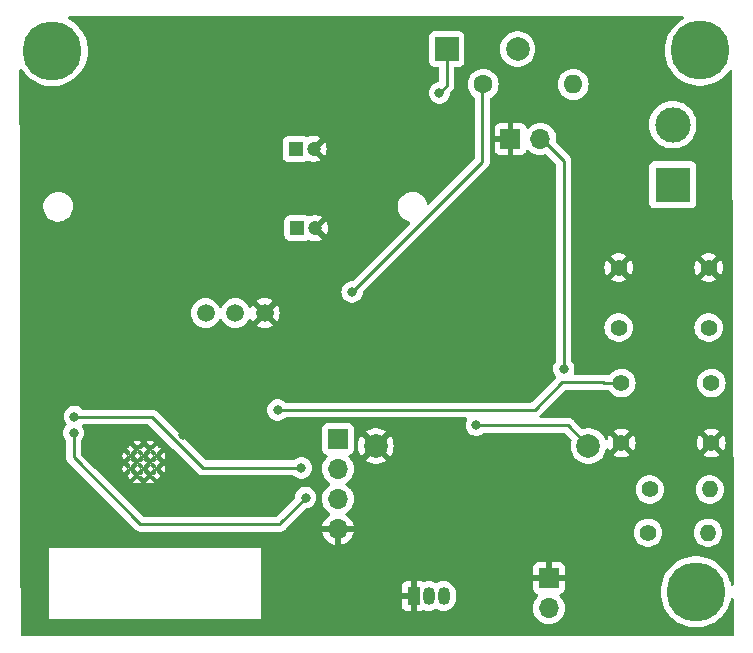
<source format=gbr>
%TF.GenerationSoftware,KiCad,Pcbnew,7.0.7*%
%TF.CreationDate,2025-12-05T14:06:05+01:00*%
%TF.ProjectId,centralv2,63656e74-7261-46c7-9632-2e6b69636164,rev?*%
%TF.SameCoordinates,Original*%
%TF.FileFunction,Copper,L2,Bot*%
%TF.FilePolarity,Positive*%
%FSLAX46Y46*%
G04 Gerber Fmt 4.6, Leading zero omitted, Abs format (unit mm)*
G04 Created by KiCad (PCBNEW 7.0.7) date 2025-12-05 14:06:05*
%MOMM*%
%LPD*%
G01*
G04 APERTURE LIST*
%TA.AperFunction,ComponentPad*%
%ADD10C,1.397000*%
%TD*%
%TA.AperFunction,ComponentPad*%
%ADD11C,1.500000*%
%TD*%
%TA.AperFunction,ComponentPad*%
%ADD12R,1.700000X1.700000*%
%TD*%
%TA.AperFunction,ComponentPad*%
%ADD13O,1.700000X1.700000*%
%TD*%
%TA.AperFunction,ComponentPad*%
%ADD14C,5.000000*%
%TD*%
%TA.AperFunction,ComponentPad*%
%ADD15R,1.200000X1.200000*%
%TD*%
%TA.AperFunction,ComponentPad*%
%ADD16C,1.200000*%
%TD*%
%TA.AperFunction,ComponentPad*%
%ADD17R,3.000000X3.000000*%
%TD*%
%TA.AperFunction,ComponentPad*%
%ADD18C,3.000000*%
%TD*%
%TA.AperFunction,ComponentPad*%
%ADD19R,1.050000X1.500000*%
%TD*%
%TA.AperFunction,ComponentPad*%
%ADD20O,1.050000X1.500000*%
%TD*%
%TA.AperFunction,ComponentPad*%
%ADD21C,1.400000*%
%TD*%
%TA.AperFunction,ComponentPad*%
%ADD22O,1.400000X1.400000*%
%TD*%
%TA.AperFunction,ComponentPad*%
%ADD23C,0.400000*%
%TD*%
%TA.AperFunction,ComponentPad*%
%ADD24R,2.000000X2.000000*%
%TD*%
%TA.AperFunction,ComponentPad*%
%ADD25C,2.000000*%
%TD*%
%TA.AperFunction,ComponentPad*%
%ADD26C,1.600000*%
%TD*%
%TA.AperFunction,ComponentPad*%
%ADD27O,1.600000X1.600000*%
%TD*%
%TA.AperFunction,ViaPad*%
%ADD28C,0.800000*%
%TD*%
%TA.AperFunction,Conductor*%
%ADD29C,0.250000*%
%TD*%
G04 APERTURE END LIST*
D10*
%TO.P,Reset,1,Pin_1*%
%TO.N,GND*%
X109760000Y-59560000D03*
X117380000Y-59560000D03*
%TO.P,Reset,2,Pin_2*%
%TO.N,+3V3*%
X109760000Y-64640000D03*
X117380000Y-64640000D03*
%TD*%
D11*
%TO.P,PIR1,1,Pin_1*%
%TO.N,+5V*%
X74800000Y-63410000D03*
%TO.P,PIR1,2,Pin_2*%
%TO.N,PIR*%
X77300000Y-63410000D03*
%TO.P,PIR1,3,Pin_3*%
%TO.N,GND*%
X79800000Y-63410000D03*
%TD*%
D12*
%TO.P,Fotoresistencia1,1,Pin_1*%
%TO.N,GND*%
X103840000Y-85855000D03*
D13*
%TO.P,Fotoresistencia1,2,Pin_2*%
%TO.N,Fresistor*%
X103840000Y-88395000D03*
%TD*%
D12*
%TO.P,Uart,1,Pin_1*%
%TO.N,+5V*%
X85990000Y-74070000D03*
D13*
%TO.P,Uart,2,Pin_2*%
%TO.N,Net-(U1-RXD)*%
X85990000Y-76610000D03*
%TO.P,Uart,3,Pin_3*%
%TO.N,Net-(U1-TXD)*%
X85990000Y-79150000D03*
%TO.P,Uart,4,Pin_4*%
%TO.N,GND*%
X85990000Y-81690000D03*
%TD*%
D14*
%TO.P,REF3,1*%
%TO.N,N/C*%
X116310000Y-87020000D03*
%TD*%
D10*
%TO.P,Boot,1,Pin_1*%
%TO.N,unconnected-(Boot1-Pin_1-Pad1)*%
X109990000Y-69330000D03*
X117610000Y-69330000D03*
%TO.P,Boot,2,Pin_2*%
%TO.N,GND*%
X109990000Y-74410000D03*
X117610000Y-74410000D03*
%TD*%
D15*
%TO.P,C2,1*%
%TO.N,+3V3*%
X82560000Y-56220000D03*
D16*
%TO.P,C2,2*%
%TO.N,GND*%
X84060000Y-56220000D03*
%TD*%
D17*
%TO.P,Alimentacion220V,1,Pin_1*%
%TO.N,AC*%
X114340000Y-52550000D03*
D18*
%TO.P,Alimentacion220V,2,Pin_2*%
%TO.N,Earth*%
X114340000Y-47470000D03*
%TD*%
D15*
%TO.P,C1,1*%
%TO.N,+5V*%
X82420000Y-49510000D03*
D16*
%TO.P,C1,2*%
%TO.N,GND*%
X83920000Y-49510000D03*
%TD*%
D19*
%TO.P,U3,1,GND*%
%TO.N,GND*%
X92400000Y-87370000D03*
D20*
%TO.P,U3,2,DQ*%
%TO.N,tem*%
X93670000Y-87370000D03*
%TO.P,U3,3,V_{DD}*%
%TO.N,+3V3*%
X94940000Y-87370000D03*
%TD*%
D14*
%TO.P,REF3,1*%
%TO.N,N/C*%
X61800000Y-41190000D03*
%TD*%
D21*
%TO.P,R2,1*%
%TO.N,tem*%
X112240000Y-82010000D03*
D22*
%TO.P,R2,2*%
%TO.N,+3V3*%
X117320000Y-82010000D03*
%TD*%
D12*
%TO.P,LP,1,Pin_1*%
%TO.N,GND*%
X100595000Y-48680000D03*
D13*
%TO.P,LP,2,Pin_2*%
%TO.N,Net-(LP1-Pin_2)*%
X103135000Y-48680000D03*
%TD*%
D23*
%TO.P,U1,28,GND*%
%TO.N,GND*%
X70090000Y-77140000D03*
%TO.P,U1,29,GND*%
X68990000Y-77140000D03*
%TO.P,U1,30,GND*%
X70640000Y-76590000D03*
%TO.P,U1,31,GND*%
X69540000Y-76590000D03*
%TO.P,U1,32,GND*%
X68440000Y-76590000D03*
%TO.P,U1,33,GND*%
X70090000Y-76040000D03*
%TO.P,U1,34,GND*%
X68990000Y-76040000D03*
%TO.P,U1,35,GND*%
X70640000Y-75490000D03*
%TO.P,U1,36,GND*%
X69540000Y-75490000D03*
%TO.P,U1,37,GND*%
X68440000Y-75490000D03*
%TO.P,U1,38,GND*%
X70090000Y-74940000D03*
%TO.P,U1,39,GND*%
X68990000Y-74940000D03*
%TD*%
D24*
%TO.P,PS2,1,AC/L*%
%TO.N,AC*%
X95200000Y-41060000D03*
D25*
%TO.P,PS2,2,AC/N*%
%TO.N,Earth*%
X101200000Y-41060000D03*
%TO.P,PS2,3,-Vout*%
%TO.N,GND*%
X89200000Y-74660000D03*
%TO.P,PS2,4,+Vout*%
%TO.N,+5V*%
X107200000Y-74660000D03*
%TD*%
D14*
%TO.P,REF3,1*%
%TO.N,N/C*%
X116660000Y-41180000D03*
%TD*%
D26*
%TO.P,Res_F,1*%
%TO.N,+3.3V*%
X98290000Y-44050000D03*
D27*
%TO.P,Res_F,2*%
%TO.N,Fresistor*%
X105910000Y-44050000D03*
%TD*%
D21*
%TO.P,R1,1*%
%TO.N,Net-(LP1-Pin_2)*%
X112390000Y-78350000D03*
D22*
%TO.P,R1,2*%
%TO.N,Led*%
X117470000Y-78350000D03*
%TD*%
D28*
%TO.N,AC*%
X94570000Y-44790000D03*
%TO.N,+5V*%
X97700000Y-72910000D03*
%TO.N,GND*%
X81370000Y-70090000D03*
X72850000Y-73770000D03*
%TO.N,+3V3*%
X87190000Y-61620000D03*
%TO.N,Net-(LP1-Pin_2)*%
X105110000Y-68130000D03*
%TO.N,boot*%
X80890000Y-71610000D03*
%TO.N,Net-(U1-RXD)*%
X63670000Y-72180000D03*
X82890000Y-76520000D03*
%TO.N,Net-(U1-TXD)*%
X63610000Y-73570000D03*
X83260000Y-79040000D03*
%TD*%
D29*
%TO.N,AC*%
X95200000Y-44160000D02*
X94570000Y-44790000D01*
X95200000Y-41060000D02*
X95200000Y-44160000D01*
%TO.N,+5V*%
X105450000Y-72910000D02*
X97700000Y-72910000D01*
X107200000Y-74660000D02*
X105450000Y-72910000D01*
%TO.N,+3V3*%
X87190000Y-61620000D02*
X98210000Y-50600000D01*
X98210000Y-50600000D02*
X98210000Y-44030000D01*
%TO.N,Net-(LP1-Pin_2)*%
X105110000Y-50545000D02*
X103175000Y-48610000D01*
X105110000Y-68130000D02*
X105110000Y-50545000D01*
%TO.N,boot*%
X110010000Y-69320000D02*
X108500000Y-69320000D01*
X80890000Y-71610000D02*
X102655305Y-71610000D01*
X104995305Y-69270000D02*
X108450000Y-69270000D01*
X108500000Y-69320000D02*
X108450000Y-69270000D01*
X102655305Y-71610000D02*
X104995305Y-69270000D01*
%TO.N,Net-(U1-RXD)*%
X82890000Y-76520000D02*
X74540000Y-76520000D01*
X64100000Y-72210000D02*
X63670000Y-72180000D01*
X74540000Y-76520000D02*
X70230000Y-72210000D01*
X64040000Y-72210000D02*
X64070000Y-72210000D01*
X63670000Y-72180000D02*
X64040000Y-72210000D01*
X70230000Y-72210000D02*
X64100000Y-72210000D01*
%TO.N,Net-(U1-TXD)*%
X83260000Y-79040000D02*
X81100000Y-81200000D01*
X81100000Y-81200000D02*
X81100000Y-81290000D01*
X63610000Y-73440000D02*
X63640000Y-73410000D01*
X81100000Y-81290000D02*
X69270000Y-81290000D01*
X63610000Y-75630000D02*
X63610000Y-73570000D01*
X63610000Y-73570000D02*
X63610000Y-73440000D01*
X69270000Y-81290000D02*
X63610000Y-75630000D01*
%TD*%
%TA.AperFunction,Conductor*%
%TO.N,GND*%
G36*
X68760444Y-76628842D02*
G01*
X68771476Y-76638634D01*
X68941365Y-76808523D01*
X68974850Y-76869846D01*
X68969866Y-76939538D01*
X68927994Y-76995471D01*
X68915689Y-77003588D01*
X68912359Y-77005510D01*
X68855510Y-77062358D01*
X68853585Y-77065693D01*
X68803014Y-77113904D01*
X68734406Y-77127122D01*
X68669544Y-77101149D01*
X68658521Y-77091365D01*
X68536384Y-76969226D01*
X68488634Y-76921476D01*
X68455149Y-76860153D01*
X68460133Y-76790461D01*
X68502005Y-76734528D01*
X68514318Y-76726406D01*
X68517639Y-76724487D01*
X68517645Y-76724486D01*
X68574486Y-76667646D01*
X68574487Y-76667639D01*
X68576406Y-76664318D01*
X68626971Y-76616101D01*
X68695578Y-76602876D01*
X68760444Y-76628842D01*
G37*
%TD.AperFunction*%
%TA.AperFunction,Conductor*%
G36*
X69860444Y-76628842D02*
G01*
X69871476Y-76638634D01*
X70041365Y-76808523D01*
X70074850Y-76869846D01*
X70069866Y-76939538D01*
X70027994Y-76995471D01*
X70015689Y-77003588D01*
X70012359Y-77005510D01*
X69955510Y-77062358D01*
X69953585Y-77065693D01*
X69903014Y-77113904D01*
X69834406Y-77127122D01*
X69769544Y-77101149D01*
X69758521Y-77091365D01*
X69636384Y-76969226D01*
X69588634Y-76921476D01*
X69555149Y-76860153D01*
X69560133Y-76790461D01*
X69602005Y-76734528D01*
X69614318Y-76726406D01*
X69617639Y-76724487D01*
X69617645Y-76724486D01*
X69674486Y-76667646D01*
X69674487Y-76667639D01*
X69676406Y-76664318D01*
X69726971Y-76616101D01*
X69795578Y-76602876D01*
X69860444Y-76628842D01*
G37*
%TD.AperFunction*%
%TA.AperFunction,Conductor*%
G36*
X69339536Y-76610132D02*
G01*
X69395470Y-76652003D01*
X69403592Y-76664316D01*
X69405515Y-76667647D01*
X69462352Y-76724484D01*
X69465681Y-76726406D01*
X69513898Y-76776972D01*
X69527123Y-76845579D01*
X69501156Y-76910444D01*
X69491366Y-76921475D01*
X69443617Y-76969226D01*
X69321476Y-77091366D01*
X69260153Y-77124850D01*
X69190461Y-77119866D01*
X69134528Y-77077994D01*
X69126406Y-77065681D01*
X69124484Y-77062352D01*
X69067647Y-77005515D01*
X69064316Y-77003592D01*
X69016100Y-76953025D01*
X69002876Y-76884418D01*
X69028844Y-76819553D01*
X69038634Y-76808522D01*
X69179512Y-76667645D01*
X69208521Y-76638635D01*
X69269844Y-76605149D01*
X69339536Y-76610132D01*
G37*
%TD.AperFunction*%
%TA.AperFunction,Conductor*%
G36*
X70439536Y-76610132D02*
G01*
X70495470Y-76652003D01*
X70503592Y-76664316D01*
X70505515Y-76667647D01*
X70562352Y-76724484D01*
X70565681Y-76726406D01*
X70613898Y-76776972D01*
X70627123Y-76845579D01*
X70601156Y-76910444D01*
X70591366Y-76921475D01*
X70543617Y-76969226D01*
X70421476Y-77091366D01*
X70360153Y-77124850D01*
X70290461Y-77119866D01*
X70234528Y-77077994D01*
X70226406Y-77065681D01*
X70224484Y-77062352D01*
X70167647Y-77005515D01*
X70164316Y-77003592D01*
X70116100Y-76953025D01*
X70102876Y-76884418D01*
X70128844Y-76819553D01*
X70138634Y-76808522D01*
X70279512Y-76667645D01*
X70308521Y-76638635D01*
X70369844Y-76605149D01*
X70439536Y-76610132D01*
G37*
%TD.AperFunction*%
%TA.AperFunction,Conductor*%
G36*
X69310444Y-76078842D02*
G01*
X69321476Y-76088634D01*
X69491365Y-76258523D01*
X69524850Y-76319846D01*
X69519866Y-76389538D01*
X69477994Y-76445471D01*
X69465689Y-76453588D01*
X69462359Y-76455510D01*
X69405510Y-76512358D01*
X69403585Y-76515693D01*
X69353014Y-76563904D01*
X69284406Y-76577122D01*
X69219544Y-76551149D01*
X69208521Y-76541365D01*
X69041750Y-76374592D01*
X69038634Y-76371476D01*
X69005149Y-76310153D01*
X69010133Y-76240461D01*
X69052005Y-76184528D01*
X69064318Y-76176406D01*
X69067639Y-76174487D01*
X69067645Y-76174486D01*
X69124486Y-76117646D01*
X69124487Y-76117639D01*
X69126406Y-76114318D01*
X69176971Y-76066101D01*
X69245578Y-76052876D01*
X69310444Y-76078842D01*
G37*
%TD.AperFunction*%
%TA.AperFunction,Conductor*%
G36*
X70410444Y-76078842D02*
G01*
X70421476Y-76088634D01*
X70591365Y-76258523D01*
X70624850Y-76319846D01*
X70619866Y-76389538D01*
X70577994Y-76445471D01*
X70565689Y-76453588D01*
X70562359Y-76455510D01*
X70505510Y-76512358D01*
X70503585Y-76515693D01*
X70453014Y-76563904D01*
X70384406Y-76577122D01*
X70319544Y-76551149D01*
X70308521Y-76541365D01*
X70141750Y-76374592D01*
X70138634Y-76371476D01*
X70105149Y-76310153D01*
X70110133Y-76240461D01*
X70152005Y-76184528D01*
X70164318Y-76176406D01*
X70167639Y-76174487D01*
X70167645Y-76174486D01*
X70224486Y-76117646D01*
X70224487Y-76117639D01*
X70226406Y-76114318D01*
X70276971Y-76066101D01*
X70345578Y-76052876D01*
X70410444Y-76078842D01*
G37*
%TD.AperFunction*%
%TA.AperFunction,Conductor*%
G36*
X68789525Y-76060129D02*
G01*
X68845463Y-76101995D01*
X68853590Y-76114314D01*
X68855513Y-76117645D01*
X68912352Y-76174484D01*
X68915681Y-76176406D01*
X68963898Y-76226972D01*
X68977123Y-76295579D01*
X68951156Y-76360444D01*
X68941379Y-76371462D01*
X68938257Y-76374585D01*
X68771476Y-76541366D01*
X68710153Y-76574850D01*
X68640461Y-76569866D01*
X68584528Y-76527994D01*
X68576406Y-76515681D01*
X68574484Y-76512352D01*
X68517647Y-76455515D01*
X68514316Y-76453592D01*
X68466100Y-76403025D01*
X68452876Y-76334418D01*
X68478844Y-76269553D01*
X68488634Y-76258522D01*
X68654002Y-76093156D01*
X68658513Y-76088644D01*
X68719832Y-76055153D01*
X68789525Y-76060129D01*
G37*
%TD.AperFunction*%
%TA.AperFunction,Conductor*%
G36*
X69889525Y-76060129D02*
G01*
X69945463Y-76101995D01*
X69953590Y-76114314D01*
X69955513Y-76117645D01*
X70012352Y-76174484D01*
X70015681Y-76176406D01*
X70063898Y-76226972D01*
X70077123Y-76295579D01*
X70051156Y-76360444D01*
X70041379Y-76371462D01*
X70038257Y-76374585D01*
X69871476Y-76541366D01*
X69810153Y-76574850D01*
X69740461Y-76569866D01*
X69684528Y-76527994D01*
X69676406Y-76515681D01*
X69674484Y-76512352D01*
X69617647Y-76455515D01*
X69614316Y-76453592D01*
X69566100Y-76403025D01*
X69552876Y-76334418D01*
X69578844Y-76269553D01*
X69588634Y-76258522D01*
X69754002Y-76093156D01*
X69758513Y-76088644D01*
X69819832Y-76055153D01*
X69889525Y-76060129D01*
G37*
%TD.AperFunction*%
%TA.AperFunction,Conductor*%
G36*
X68760444Y-75528842D02*
G01*
X68771476Y-75538634D01*
X68941365Y-75708523D01*
X68974850Y-75769846D01*
X68969866Y-75839538D01*
X68927994Y-75895471D01*
X68915689Y-75903588D01*
X68912359Y-75905510D01*
X68855510Y-75962358D01*
X68853585Y-75965693D01*
X68803014Y-76013904D01*
X68734406Y-76027122D01*
X68669544Y-76001149D01*
X68658521Y-75991365D01*
X68499995Y-75832837D01*
X68488634Y-75821476D01*
X68455149Y-75760153D01*
X68460133Y-75690461D01*
X68502005Y-75634528D01*
X68514318Y-75626406D01*
X68517639Y-75624487D01*
X68517645Y-75624486D01*
X68574486Y-75567646D01*
X68574487Y-75567639D01*
X68576406Y-75564318D01*
X68626971Y-75516101D01*
X68695578Y-75502876D01*
X68760444Y-75528842D01*
G37*
%TD.AperFunction*%
%TA.AperFunction,Conductor*%
G36*
X69860444Y-75528842D02*
G01*
X69871476Y-75538634D01*
X70041365Y-75708523D01*
X70074850Y-75769846D01*
X70069866Y-75839538D01*
X70027994Y-75895471D01*
X70015689Y-75903588D01*
X70012359Y-75905510D01*
X69955510Y-75962358D01*
X69953585Y-75965693D01*
X69903014Y-76013904D01*
X69834406Y-76027122D01*
X69769544Y-76001149D01*
X69758521Y-75991365D01*
X69599995Y-75832837D01*
X69588634Y-75821476D01*
X69555149Y-75760153D01*
X69560133Y-75690461D01*
X69602005Y-75634528D01*
X69614318Y-75626406D01*
X69617639Y-75624487D01*
X69617645Y-75624486D01*
X69674486Y-75567646D01*
X69674487Y-75567639D01*
X69676406Y-75564318D01*
X69726971Y-75516101D01*
X69795578Y-75502876D01*
X69860444Y-75528842D01*
G37*
%TD.AperFunction*%
%TA.AperFunction,Conductor*%
G36*
X69339535Y-75510132D02*
G01*
X69395469Y-75552002D01*
X69403592Y-75564316D01*
X69405515Y-75567647D01*
X69462352Y-75624484D01*
X69465681Y-75626406D01*
X69513898Y-75676972D01*
X69527123Y-75745579D01*
X69501156Y-75810444D01*
X69491369Y-75821472D01*
X69480007Y-75832835D01*
X69321476Y-75991366D01*
X69260153Y-76024850D01*
X69190461Y-76019866D01*
X69134528Y-75977994D01*
X69126406Y-75965681D01*
X69124484Y-75962352D01*
X69067647Y-75905515D01*
X69064316Y-75903592D01*
X69016100Y-75853025D01*
X69002876Y-75784418D01*
X69028844Y-75719553D01*
X69038634Y-75708522D01*
X69186212Y-75560946D01*
X69208521Y-75538636D01*
X69269843Y-75505149D01*
X69339535Y-75510132D01*
G37*
%TD.AperFunction*%
%TA.AperFunction,Conductor*%
G36*
X70439535Y-75510132D02*
G01*
X70495469Y-75552002D01*
X70503592Y-75564316D01*
X70505515Y-75567647D01*
X70562352Y-75624484D01*
X70565681Y-75626406D01*
X70613898Y-75676972D01*
X70627123Y-75745579D01*
X70601156Y-75810444D01*
X70591369Y-75821472D01*
X70580007Y-75832835D01*
X70421476Y-75991366D01*
X70360153Y-76024850D01*
X70290461Y-76019866D01*
X70234528Y-75977994D01*
X70226406Y-75965681D01*
X70224484Y-75962352D01*
X70167647Y-75905515D01*
X70164316Y-75903592D01*
X70116100Y-75853025D01*
X70102876Y-75784418D01*
X70128844Y-75719553D01*
X70138634Y-75708522D01*
X70286212Y-75560946D01*
X70308521Y-75538636D01*
X70369843Y-75505149D01*
X70439535Y-75510132D01*
G37*
%TD.AperFunction*%
%TA.AperFunction,Conductor*%
G36*
X69310444Y-74978842D02*
G01*
X69321476Y-74988634D01*
X69491365Y-75158523D01*
X69524850Y-75219846D01*
X69519866Y-75289538D01*
X69477994Y-75345471D01*
X69465689Y-75353588D01*
X69462359Y-75355510D01*
X69405510Y-75412358D01*
X69403585Y-75415693D01*
X69353014Y-75463904D01*
X69284406Y-75477122D01*
X69219544Y-75451149D01*
X69208521Y-75441365D01*
X69044704Y-75277546D01*
X69038634Y-75271476D01*
X69005149Y-75210153D01*
X69010133Y-75140461D01*
X69052005Y-75084528D01*
X69064318Y-75076406D01*
X69067639Y-75074487D01*
X69067645Y-75074486D01*
X69124486Y-75017646D01*
X69124487Y-75017639D01*
X69126406Y-75014318D01*
X69176971Y-74966101D01*
X69245578Y-74952876D01*
X69310444Y-74978842D01*
G37*
%TD.AperFunction*%
%TA.AperFunction,Conductor*%
G36*
X70410444Y-74978842D02*
G01*
X70421476Y-74988634D01*
X70591365Y-75158523D01*
X70624850Y-75219846D01*
X70619866Y-75289538D01*
X70577994Y-75345471D01*
X70565689Y-75353588D01*
X70562359Y-75355510D01*
X70505510Y-75412358D01*
X70503585Y-75415693D01*
X70453014Y-75463904D01*
X70384406Y-75477122D01*
X70319544Y-75451149D01*
X70308521Y-75441365D01*
X70144704Y-75277546D01*
X70138634Y-75271476D01*
X70105149Y-75210153D01*
X70110133Y-75140461D01*
X70152005Y-75084528D01*
X70164318Y-75076406D01*
X70167639Y-75074487D01*
X70167645Y-75074486D01*
X70224486Y-75017646D01*
X70224487Y-75017639D01*
X70226406Y-75014318D01*
X70276971Y-74966101D01*
X70345578Y-74952876D01*
X70410444Y-74978842D01*
G37*
%TD.AperFunction*%
%TA.AperFunction,Conductor*%
G36*
X68789511Y-74960124D02*
G01*
X68845454Y-75001983D01*
X68853590Y-75014314D01*
X68855513Y-75017645D01*
X68912352Y-75074484D01*
X68915681Y-75076406D01*
X68963898Y-75126972D01*
X68977123Y-75195579D01*
X68951156Y-75260444D01*
X68941372Y-75271469D01*
X68935300Y-75277543D01*
X68771476Y-75441366D01*
X68710153Y-75474850D01*
X68640461Y-75469866D01*
X68584528Y-75427994D01*
X68576406Y-75415681D01*
X68574484Y-75412352D01*
X68517647Y-75355515D01*
X68514316Y-75353592D01*
X68466100Y-75303025D01*
X68452876Y-75234418D01*
X68478844Y-75169553D01*
X68488634Y-75158522D01*
X68656351Y-74990808D01*
X68658502Y-74988655D01*
X68719818Y-74955156D01*
X68789511Y-74960124D01*
G37*
%TD.AperFunction*%
%TA.AperFunction,Conductor*%
G36*
X69889511Y-74960124D02*
G01*
X69945454Y-75001983D01*
X69953590Y-75014314D01*
X69955513Y-75017645D01*
X70012352Y-75074484D01*
X70015681Y-75076406D01*
X70063898Y-75126972D01*
X70077123Y-75195579D01*
X70051156Y-75260444D01*
X70041372Y-75271469D01*
X70035300Y-75277543D01*
X69871476Y-75441366D01*
X69810153Y-75474850D01*
X69740461Y-75469866D01*
X69684528Y-75427994D01*
X69676406Y-75415681D01*
X69674484Y-75412352D01*
X69617647Y-75355515D01*
X69614316Y-75353592D01*
X69566100Y-75303025D01*
X69552876Y-75234418D01*
X69578844Y-75169553D01*
X69588634Y-75158522D01*
X69756351Y-74990808D01*
X69758502Y-74988655D01*
X69819818Y-74955156D01*
X69889511Y-74960124D01*
G37*
%TD.AperFunction*%
%TA.AperFunction,Conductor*%
G36*
X115252775Y-38319685D02*
G01*
X115298530Y-38372489D01*
X115308474Y-38441647D01*
X115279449Y-38505203D01*
X115241387Y-38534810D01*
X115157203Y-38577088D01*
X114865194Y-38769146D01*
X114865186Y-38769152D01*
X114597442Y-38993817D01*
X114597440Y-38993819D01*
X114357589Y-39248044D01*
X114357584Y-39248050D01*
X114148870Y-39528402D01*
X113974113Y-39831091D01*
X113974107Y-39831104D01*
X113835674Y-40152027D01*
X113735430Y-40486865D01*
X113735428Y-40486872D01*
X113674739Y-40831061D01*
X113674738Y-40831072D01*
X113654415Y-41179996D01*
X113654415Y-41180003D01*
X113674738Y-41528927D01*
X113674739Y-41528938D01*
X113735428Y-41873127D01*
X113735430Y-41873134D01*
X113835674Y-42207972D01*
X113974107Y-42528895D01*
X113974113Y-42528908D01*
X114148870Y-42831597D01*
X114357584Y-43111949D01*
X114357589Y-43111955D01*
X114367024Y-43121955D01*
X114597442Y-43366183D01*
X114634487Y-43397267D01*
X114865186Y-43590847D01*
X114865194Y-43590853D01*
X115157203Y-43782911D01*
X115447801Y-43928855D01*
X115469549Y-43939777D01*
X115797989Y-44059319D01*
X116138086Y-44139923D01*
X116485241Y-44180500D01*
X116485248Y-44180500D01*
X116834752Y-44180500D01*
X116834759Y-44180500D01*
X117181914Y-44139923D01*
X117522011Y-44059319D01*
X117850451Y-43939777D01*
X118162793Y-43782913D01*
X118260132Y-43718891D01*
X118454805Y-43590853D01*
X118454805Y-43590852D01*
X118454811Y-43590849D01*
X118722558Y-43366183D01*
X118962412Y-43111953D01*
X119008569Y-43049953D01*
X119131636Y-42884646D01*
X119187458Y-42842627D01*
X119257136Y-42837458D01*
X119318548Y-42870781D01*
X119352195Y-42932015D01*
X119355098Y-42958292D01*
X119495871Y-86391061D01*
X119476404Y-86458164D01*
X119423749Y-86504090D01*
X119354623Y-86514257D01*
X119290973Y-86485439D01*
X119253009Y-86426783D01*
X119249756Y-86412994D01*
X119234571Y-86326875D01*
X119234569Y-86326865D01*
X119227906Y-86304609D01*
X119134326Y-85992029D01*
X118995889Y-85671096D01*
X118821130Y-85368404D01*
X118821129Y-85368402D01*
X118612415Y-85088050D01*
X118612410Y-85088044D01*
X118488922Y-84957155D01*
X118372558Y-84833817D01*
X118224488Y-84709572D01*
X118104813Y-84609152D01*
X118104805Y-84609146D01*
X117812796Y-84417088D01*
X117500458Y-84260226D01*
X117500452Y-84260223D01*
X117172012Y-84140681D01*
X117172009Y-84140680D01*
X116831915Y-84060077D01*
X116788519Y-84055004D01*
X116484759Y-84019500D01*
X116135241Y-84019500D01*
X115831480Y-84055004D01*
X115788085Y-84060077D01*
X115788083Y-84060077D01*
X115447990Y-84140680D01*
X115447987Y-84140681D01*
X115119547Y-84260223D01*
X115119541Y-84260226D01*
X114807203Y-84417088D01*
X114515194Y-84609146D01*
X114515186Y-84609152D01*
X114247442Y-84833817D01*
X114247440Y-84833819D01*
X114007589Y-85088044D01*
X114007584Y-85088050D01*
X113798870Y-85368402D01*
X113624113Y-85671091D01*
X113624107Y-85671104D01*
X113485674Y-85992027D01*
X113385430Y-86326865D01*
X113385428Y-86326872D01*
X113324739Y-86671061D01*
X113324738Y-86671072D01*
X113304415Y-87019996D01*
X113304415Y-87020003D01*
X113324738Y-87368927D01*
X113324739Y-87368938D01*
X113385428Y-87713127D01*
X113385430Y-87713134D01*
X113485674Y-88047972D01*
X113624107Y-88368895D01*
X113624113Y-88368908D01*
X113798870Y-88671597D01*
X114007584Y-88951949D01*
X114007589Y-88951955D01*
X114131463Y-89083253D01*
X114247442Y-89206183D01*
X114406919Y-89340000D01*
X114515186Y-89430847D01*
X114515194Y-89430853D01*
X114807203Y-89622911D01*
X114807207Y-89622913D01*
X115119549Y-89779777D01*
X115447989Y-89899319D01*
X115788086Y-89979923D01*
X116135241Y-90020500D01*
X116135248Y-90020500D01*
X116484752Y-90020500D01*
X116484759Y-90020500D01*
X116831914Y-89979923D01*
X117172011Y-89899319D01*
X117500451Y-89779777D01*
X117812793Y-89622913D01*
X118104811Y-89430849D01*
X118372558Y-89206183D01*
X118612412Y-88951953D01*
X118821130Y-88671596D01*
X118995889Y-88368904D01*
X119134326Y-88047971D01*
X119234569Y-87713136D01*
X119253756Y-87604315D01*
X119284783Y-87541712D01*
X119344730Y-87505821D01*
X119414564Y-87508037D01*
X119472115Y-87547657D01*
X119499109Y-87612101D01*
X119499872Y-87625444D01*
X119509597Y-90625598D01*
X119490130Y-90692701D01*
X119437475Y-90738627D01*
X119385598Y-90750000D01*
X59243740Y-90750000D01*
X59176701Y-90730315D01*
X59130946Y-90677511D01*
X59119740Y-90626260D01*
X59118470Y-90020499D01*
X59104459Y-83340000D01*
X61500000Y-83340000D01*
X61500000Y-89340000D01*
X79500000Y-89340000D01*
X79500000Y-88167844D01*
X91375000Y-88167844D01*
X91381401Y-88227372D01*
X91381403Y-88227379D01*
X91431645Y-88362086D01*
X91431649Y-88362093D01*
X91517809Y-88477187D01*
X91517812Y-88477190D01*
X91632906Y-88563350D01*
X91632913Y-88563354D01*
X91767620Y-88613596D01*
X91767627Y-88613598D01*
X91827155Y-88619999D01*
X91827172Y-88620000D01*
X92150000Y-88620000D01*
X92150000Y-87854330D01*
X92169685Y-87787291D01*
X92222489Y-87741536D01*
X92291647Y-87731592D01*
X92314262Y-87737048D01*
X92337424Y-87745000D01*
X92431072Y-87745000D01*
X92431073Y-87745000D01*
X92505592Y-87732565D01*
X92574955Y-87740947D01*
X92628777Y-87785500D01*
X92649968Y-87852078D01*
X92650000Y-87854874D01*
X92650000Y-88620000D01*
X92972828Y-88620000D01*
X92972844Y-88619999D01*
X93032372Y-88613598D01*
X93032376Y-88613597D01*
X93167093Y-88563350D01*
X93174876Y-88559101D01*
X93176071Y-88561289D01*
X93229109Y-88541492D01*
X93273982Y-88546513D01*
X93275653Y-88547020D01*
X93275659Y-88547023D01*
X93468967Y-88605662D01*
X93670000Y-88625462D01*
X93871033Y-88605662D01*
X94064341Y-88547023D01*
X94242494Y-88451798D01*
X94242498Y-88451794D01*
X94246546Y-88449631D01*
X94314949Y-88435389D01*
X94363454Y-88449631D01*
X94367502Y-88451794D01*
X94367506Y-88451798D01*
X94545659Y-88547023D01*
X94738967Y-88605662D01*
X94940000Y-88625462D01*
X95141033Y-88605662D01*
X95334341Y-88547023D01*
X95512494Y-88451798D01*
X95581703Y-88395000D01*
X102484341Y-88395000D01*
X102504936Y-88630403D01*
X102504938Y-88630413D01*
X102566094Y-88858655D01*
X102566096Y-88858659D01*
X102566097Y-88858663D01*
X102609597Y-88951949D01*
X102665965Y-89072830D01*
X102665967Y-89072834D01*
X102759338Y-89206180D01*
X102801505Y-89266401D01*
X102968599Y-89433495D01*
X103065384Y-89501264D01*
X103162165Y-89569032D01*
X103162167Y-89569033D01*
X103162170Y-89569035D01*
X103376337Y-89668903D01*
X103604592Y-89730063D01*
X103792918Y-89746539D01*
X103839999Y-89750659D01*
X103840000Y-89750659D01*
X103840001Y-89750659D01*
X103879234Y-89747226D01*
X104075408Y-89730063D01*
X104303663Y-89668903D01*
X104517830Y-89569035D01*
X104711401Y-89433495D01*
X104878495Y-89266401D01*
X105014035Y-89072830D01*
X105113903Y-88858663D01*
X105175063Y-88630408D01*
X105195659Y-88395000D01*
X105175063Y-88159592D01*
X105113903Y-87931337D01*
X105014035Y-87717171D01*
X105011208Y-87713134D01*
X104878496Y-87523600D01*
X104818226Y-87463330D01*
X104756179Y-87401283D01*
X104722696Y-87339963D01*
X104727680Y-87270271D01*
X104769551Y-87214337D01*
X104800529Y-87197422D01*
X104932086Y-87148354D01*
X104932093Y-87148350D01*
X105047187Y-87062190D01*
X105047190Y-87062187D01*
X105133350Y-86947093D01*
X105133354Y-86947086D01*
X105183596Y-86812379D01*
X105183598Y-86812372D01*
X105189999Y-86752844D01*
X105190000Y-86752827D01*
X105190000Y-86105000D01*
X104453347Y-86105000D01*
X104386308Y-86085315D01*
X104340553Y-86032511D01*
X104330609Y-85963353D01*
X104334369Y-85946067D01*
X104340000Y-85926888D01*
X104340000Y-85783111D01*
X104334369Y-85763933D01*
X104334370Y-85694064D01*
X104372145Y-85635286D01*
X104435701Y-85606262D01*
X104453347Y-85605000D01*
X105190000Y-85605000D01*
X105190000Y-84957172D01*
X105189999Y-84957155D01*
X105183598Y-84897627D01*
X105183596Y-84897620D01*
X105133354Y-84762913D01*
X105133350Y-84762906D01*
X105047190Y-84647812D01*
X105047187Y-84647809D01*
X104932093Y-84561649D01*
X104932086Y-84561645D01*
X104797379Y-84511403D01*
X104797372Y-84511401D01*
X104737844Y-84505000D01*
X104090000Y-84505000D01*
X104090000Y-85242698D01*
X104070315Y-85309737D01*
X104017511Y-85355492D01*
X103948355Y-85365436D01*
X103875766Y-85355000D01*
X103875763Y-85355000D01*
X103804237Y-85355000D01*
X103804233Y-85355000D01*
X103731645Y-85365436D01*
X103662487Y-85355492D01*
X103609684Y-85309736D01*
X103590000Y-85242698D01*
X103590000Y-84505000D01*
X102942155Y-84505000D01*
X102882627Y-84511401D01*
X102882620Y-84511403D01*
X102747913Y-84561645D01*
X102747906Y-84561649D01*
X102632812Y-84647809D01*
X102632809Y-84647812D01*
X102546649Y-84762906D01*
X102546645Y-84762913D01*
X102496403Y-84897620D01*
X102496401Y-84897627D01*
X102490000Y-84957155D01*
X102490000Y-85605000D01*
X103226653Y-85605000D01*
X103293692Y-85624685D01*
X103339447Y-85677489D01*
X103349391Y-85746647D01*
X103345631Y-85763933D01*
X103340000Y-85783111D01*
X103340000Y-85926888D01*
X103345631Y-85946067D01*
X103345630Y-86015936D01*
X103307855Y-86074714D01*
X103244299Y-86103738D01*
X103226653Y-86105000D01*
X102490000Y-86105000D01*
X102490000Y-86752844D01*
X102496401Y-86812372D01*
X102496403Y-86812379D01*
X102546645Y-86947086D01*
X102546649Y-86947093D01*
X102632809Y-87062187D01*
X102632812Y-87062190D01*
X102747906Y-87148350D01*
X102747913Y-87148354D01*
X102879470Y-87197421D01*
X102935403Y-87239292D01*
X102959821Y-87304756D01*
X102944970Y-87373029D01*
X102923819Y-87401284D01*
X102801503Y-87523600D01*
X102665965Y-87717169D01*
X102665964Y-87717171D01*
X102566098Y-87931335D01*
X102566094Y-87931344D01*
X102504938Y-88159586D01*
X102504936Y-88159596D01*
X102484341Y-88394999D01*
X102484341Y-88395000D01*
X95581703Y-88395000D01*
X95668647Y-88323647D01*
X95796798Y-88167494D01*
X95892023Y-87989341D01*
X95950662Y-87796033D01*
X95965500Y-87645380D01*
X95965500Y-87094620D01*
X95950662Y-86943967D01*
X95892023Y-86750659D01*
X95892021Y-86750656D01*
X95892021Y-86750654D01*
X95796801Y-86572511D01*
X95796799Y-86572509D01*
X95796798Y-86572506D01*
X95757824Y-86525016D01*
X95668647Y-86416352D01*
X95512495Y-86288203D01*
X95512488Y-86288198D01*
X95334345Y-86192978D01*
X95141031Y-86134337D01*
X94940000Y-86114538D01*
X94738968Y-86134337D01*
X94545654Y-86192978D01*
X94363453Y-86290367D01*
X94295050Y-86304609D01*
X94246547Y-86290367D01*
X94064345Y-86192978D01*
X93871031Y-86134337D01*
X93691962Y-86116701D01*
X93670000Y-86114538D01*
X93669999Y-86114538D01*
X93468968Y-86134337D01*
X93331371Y-86176076D01*
X93275659Y-86192977D01*
X93275657Y-86192977D01*
X93273982Y-86193486D01*
X93204115Y-86194109D01*
X93175414Y-86179902D01*
X93174872Y-86180897D01*
X93167086Y-86176645D01*
X93032379Y-86126403D01*
X93032372Y-86126401D01*
X92972844Y-86120000D01*
X92650000Y-86120000D01*
X92650000Y-86885669D01*
X92630315Y-86952708D01*
X92577511Y-86998463D01*
X92508353Y-87008407D01*
X92485740Y-87002951D01*
X92462578Y-86995000D01*
X92462576Y-86995000D01*
X92368927Y-86995000D01*
X92368926Y-86995000D01*
X92294408Y-87007434D01*
X92225043Y-86999052D01*
X92171222Y-86954498D01*
X92150031Y-86887919D01*
X92150000Y-86885125D01*
X92150000Y-86120000D01*
X91827155Y-86120000D01*
X91767627Y-86126401D01*
X91767620Y-86126403D01*
X91632913Y-86176645D01*
X91632906Y-86176649D01*
X91517812Y-86262809D01*
X91517809Y-86262812D01*
X91431649Y-86377906D01*
X91431645Y-86377913D01*
X91381403Y-86512620D01*
X91381401Y-86512627D01*
X91375000Y-86572155D01*
X91375000Y-87120000D01*
X91911808Y-87120000D01*
X91978847Y-87139685D01*
X92024602Y-87192489D01*
X92034546Y-87261647D01*
X92032013Y-87274441D01*
X92031448Y-87276670D01*
X92021113Y-87401392D01*
X92037363Y-87465560D01*
X92034738Y-87535381D01*
X91994781Y-87592698D01*
X91930180Y-87619314D01*
X91917157Y-87620000D01*
X91375000Y-87620000D01*
X91375000Y-88167844D01*
X79500000Y-88167844D01*
X79500000Y-83340000D01*
X61500000Y-83340000D01*
X59104459Y-83340000D01*
X59083969Y-73570000D01*
X62704540Y-73570000D01*
X62724326Y-73758256D01*
X62724327Y-73758259D01*
X62782818Y-73938277D01*
X62782821Y-73938284D01*
X62877467Y-74102216D01*
X62913515Y-74142251D01*
X62952650Y-74185715D01*
X62982880Y-74248706D01*
X62984500Y-74268687D01*
X62984500Y-75547255D01*
X62982775Y-75562872D01*
X62983061Y-75562899D01*
X62982326Y-75570665D01*
X62984500Y-75639814D01*
X62984500Y-75669343D01*
X62984501Y-75669360D01*
X62985368Y-75676231D01*
X62985826Y-75682050D01*
X62987290Y-75728624D01*
X62987291Y-75728627D01*
X62992880Y-75747867D01*
X62996824Y-75766911D01*
X62999336Y-75786792D01*
X63013068Y-75821476D01*
X63016490Y-75830119D01*
X63018382Y-75835647D01*
X63023561Y-75853474D01*
X63031382Y-75880390D01*
X63039726Y-75894500D01*
X63041580Y-75897634D01*
X63050136Y-75915100D01*
X63052265Y-75920475D01*
X63057514Y-75933732D01*
X63084898Y-75971423D01*
X63088106Y-75976307D01*
X63111827Y-76016416D01*
X63111833Y-76016424D01*
X63125990Y-76030580D01*
X63138628Y-76045376D01*
X63150405Y-76061586D01*
X63150406Y-76061587D01*
X63186309Y-76091288D01*
X63190620Y-76095210D01*
X66009996Y-78914586D01*
X68769194Y-81673784D01*
X68779019Y-81686048D01*
X68779240Y-81685866D01*
X68784210Y-81691873D01*
X68784213Y-81691876D01*
X68784214Y-81691877D01*
X68834651Y-81739241D01*
X68855530Y-81760120D01*
X68861004Y-81764366D01*
X68865442Y-81768156D01*
X68899418Y-81800062D01*
X68899422Y-81800064D01*
X68916973Y-81809713D01*
X68933231Y-81820392D01*
X68949064Y-81832674D01*
X68971015Y-81842172D01*
X68991837Y-81851183D01*
X68997081Y-81853752D01*
X69037908Y-81876197D01*
X69057312Y-81881179D01*
X69075710Y-81887478D01*
X69094105Y-81895438D01*
X69140129Y-81902726D01*
X69145832Y-81903907D01*
X69190981Y-81915500D01*
X69211016Y-81915500D01*
X69230413Y-81917026D01*
X69250196Y-81920160D01*
X69296583Y-81915775D01*
X69302422Y-81915500D01*
X81029153Y-81915500D01*
X81052385Y-81917696D01*
X81053989Y-81918001D01*
X81060412Y-81919227D01*
X81117724Y-81915621D01*
X81121597Y-81915500D01*
X81139342Y-81915500D01*
X81139350Y-81915500D01*
X81156990Y-81913271D01*
X81160807Y-81912910D01*
X81218138Y-81909304D01*
X81225905Y-81906780D01*
X81248680Y-81901688D01*
X81256792Y-81900664D01*
X81310195Y-81879519D01*
X81313835Y-81878209D01*
X81368441Y-81860467D01*
X81375337Y-81856090D01*
X81396133Y-81845494D01*
X81403732Y-81842486D01*
X81450191Y-81808730D01*
X81453390Y-81806555D01*
X81501877Y-81775786D01*
X81507466Y-81769833D01*
X81524979Y-81754394D01*
X81531587Y-81749594D01*
X81568190Y-81705347D01*
X81570736Y-81702457D01*
X81610062Y-81660582D01*
X81613998Y-81653421D01*
X81627119Y-81634114D01*
X81632324Y-81627823D01*
X81656769Y-81575874D01*
X81658528Y-81572419D01*
X81686197Y-81522092D01*
X81686198Y-81522084D01*
X81689067Y-81514842D01*
X81690348Y-81515349D01*
X81718369Y-81466219D01*
X83207771Y-79976819D01*
X83269095Y-79943334D01*
X83295453Y-79940500D01*
X83354644Y-79940500D01*
X83354646Y-79940500D01*
X83539803Y-79901144D01*
X83712730Y-79824151D01*
X83865871Y-79712888D01*
X83992533Y-79572216D01*
X84087179Y-79408284D01*
X84145674Y-79228256D01*
X84153899Y-79150000D01*
X84634341Y-79150000D01*
X84654936Y-79385403D01*
X84654938Y-79385413D01*
X84716094Y-79613655D01*
X84716096Y-79613659D01*
X84716097Y-79613663D01*
X84762367Y-79712888D01*
X84815965Y-79827830D01*
X84815967Y-79827834D01*
X84951501Y-80021395D01*
X84951506Y-80021402D01*
X85118597Y-80188493D01*
X85118603Y-80188498D01*
X85304594Y-80318730D01*
X85348219Y-80373307D01*
X85355413Y-80442805D01*
X85323890Y-80505160D01*
X85304595Y-80521880D01*
X85118922Y-80651890D01*
X85118920Y-80651891D01*
X84951891Y-80818920D01*
X84951886Y-80818926D01*
X84816400Y-81012420D01*
X84816399Y-81012422D01*
X84716570Y-81226507D01*
X84716567Y-81226513D01*
X84659364Y-81439999D01*
X84659364Y-81440000D01*
X85376653Y-81440000D01*
X85443692Y-81459685D01*
X85489447Y-81512489D01*
X85499391Y-81581647D01*
X85495631Y-81598933D01*
X85490000Y-81618111D01*
X85490000Y-81761888D01*
X85495631Y-81781067D01*
X85495630Y-81850936D01*
X85457855Y-81909714D01*
X85394299Y-81938738D01*
X85376653Y-81940000D01*
X84659364Y-81940000D01*
X84716567Y-82153486D01*
X84716570Y-82153492D01*
X84816399Y-82367578D01*
X84951894Y-82561082D01*
X85118917Y-82728105D01*
X85312421Y-82863600D01*
X85526507Y-82963429D01*
X85526516Y-82963433D01*
X85740000Y-83020634D01*
X85740000Y-82302301D01*
X85759685Y-82235262D01*
X85812489Y-82189507D01*
X85881647Y-82179563D01*
X85954237Y-82190000D01*
X85954238Y-82190000D01*
X86025762Y-82190000D01*
X86025763Y-82190000D01*
X86098353Y-82179563D01*
X86167512Y-82189507D01*
X86220315Y-82235262D01*
X86240000Y-82302301D01*
X86240000Y-83020633D01*
X86453483Y-82963433D01*
X86453492Y-82963429D01*
X86667578Y-82863600D01*
X86861082Y-82728105D01*
X87028105Y-82561082D01*
X87163600Y-82367578D01*
X87263429Y-82153492D01*
X87263432Y-82153486D01*
X87301879Y-82010000D01*
X111034357Y-82010000D01*
X111054884Y-82231535D01*
X111054885Y-82231537D01*
X111115769Y-82445523D01*
X111115775Y-82445538D01*
X111214938Y-82644683D01*
X111214943Y-82644691D01*
X111349020Y-82822238D01*
X111513437Y-82972123D01*
X111513439Y-82972125D01*
X111702595Y-83089245D01*
X111702596Y-83089245D01*
X111702599Y-83089247D01*
X111910060Y-83169618D01*
X112128757Y-83210500D01*
X112128759Y-83210500D01*
X112351241Y-83210500D01*
X112351243Y-83210500D01*
X112569940Y-83169618D01*
X112777401Y-83089247D01*
X112966562Y-82972124D01*
X113130981Y-82822236D01*
X113265058Y-82644689D01*
X113364229Y-82445528D01*
X113425115Y-82231536D01*
X113445643Y-82010000D01*
X116114357Y-82010000D01*
X116134884Y-82231535D01*
X116134885Y-82231537D01*
X116195769Y-82445523D01*
X116195775Y-82445538D01*
X116294938Y-82644683D01*
X116294943Y-82644691D01*
X116429020Y-82822238D01*
X116593437Y-82972123D01*
X116593439Y-82972125D01*
X116782595Y-83089245D01*
X116782596Y-83089245D01*
X116782599Y-83089247D01*
X116990060Y-83169618D01*
X117208757Y-83210500D01*
X117208759Y-83210500D01*
X117431241Y-83210500D01*
X117431243Y-83210500D01*
X117649940Y-83169618D01*
X117857401Y-83089247D01*
X118046562Y-82972124D01*
X118210981Y-82822236D01*
X118345058Y-82644689D01*
X118444229Y-82445528D01*
X118505115Y-82231536D01*
X118525643Y-82010000D01*
X118513486Y-81878808D01*
X118505115Y-81788464D01*
X118505114Y-81788462D01*
X118501507Y-81775786D01*
X118444229Y-81574472D01*
X118443198Y-81572401D01*
X118345061Y-81375316D01*
X118345056Y-81375308D01*
X118210979Y-81197761D01*
X118046562Y-81047876D01*
X118046560Y-81047874D01*
X117857404Y-80930754D01*
X117857398Y-80930752D01*
X117649940Y-80850382D01*
X117431243Y-80809500D01*
X117208757Y-80809500D01*
X116990060Y-80850382D01*
X116858864Y-80901207D01*
X116782601Y-80930752D01*
X116782595Y-80930754D01*
X116593439Y-81047874D01*
X116593437Y-81047876D01*
X116429020Y-81197761D01*
X116294943Y-81375308D01*
X116294938Y-81375316D01*
X116195775Y-81574461D01*
X116195769Y-81574476D01*
X116134885Y-81788462D01*
X116134884Y-81788464D01*
X116114357Y-82009999D01*
X116114357Y-82010000D01*
X113445643Y-82010000D01*
X113433486Y-81878808D01*
X113425115Y-81788464D01*
X113425114Y-81788462D01*
X113421507Y-81775786D01*
X113364229Y-81574472D01*
X113363198Y-81572401D01*
X113265061Y-81375316D01*
X113265056Y-81375308D01*
X113130979Y-81197761D01*
X112966562Y-81047876D01*
X112966560Y-81047874D01*
X112777404Y-80930754D01*
X112777398Y-80930752D01*
X112569940Y-80850382D01*
X112351243Y-80809500D01*
X112128757Y-80809500D01*
X111910060Y-80850382D01*
X111778864Y-80901207D01*
X111702601Y-80930752D01*
X111702595Y-80930754D01*
X111513439Y-81047874D01*
X111513437Y-81047876D01*
X111349020Y-81197761D01*
X111214943Y-81375308D01*
X111214938Y-81375316D01*
X111115775Y-81574461D01*
X111115769Y-81574476D01*
X111054885Y-81788462D01*
X111054884Y-81788464D01*
X111034357Y-82009999D01*
X111034357Y-82010000D01*
X87301879Y-82010000D01*
X87320636Y-81940000D01*
X86603347Y-81940000D01*
X86536308Y-81920315D01*
X86490553Y-81867511D01*
X86480609Y-81798353D01*
X86484369Y-81781067D01*
X86490000Y-81761888D01*
X86490000Y-81618111D01*
X86484369Y-81598933D01*
X86484370Y-81529064D01*
X86522145Y-81470286D01*
X86585701Y-81441262D01*
X86603347Y-81440000D01*
X87320636Y-81440000D01*
X87320635Y-81439999D01*
X87263432Y-81226513D01*
X87263429Y-81226507D01*
X87163600Y-81012422D01*
X87163599Y-81012420D01*
X87028113Y-80818926D01*
X87028108Y-80818920D01*
X86861078Y-80651890D01*
X86675405Y-80521879D01*
X86631780Y-80467302D01*
X86624588Y-80397804D01*
X86656110Y-80335449D01*
X86675406Y-80318730D01*
X86861401Y-80188495D01*
X87028495Y-80021401D01*
X87164035Y-79827830D01*
X87263903Y-79613663D01*
X87325063Y-79385408D01*
X87345659Y-79150000D01*
X87325063Y-78914592D01*
X87263903Y-78686337D01*
X87164035Y-78472171D01*
X87090473Y-78367112D01*
X87078491Y-78350000D01*
X111184357Y-78350000D01*
X111204884Y-78571535D01*
X111204885Y-78571537D01*
X111265769Y-78785523D01*
X111265775Y-78785538D01*
X111364938Y-78984683D01*
X111364943Y-78984691D01*
X111499020Y-79162238D01*
X111663437Y-79312123D01*
X111663439Y-79312125D01*
X111852595Y-79429245D01*
X111852596Y-79429245D01*
X111852599Y-79429247D01*
X112060060Y-79509618D01*
X112278757Y-79550500D01*
X112278759Y-79550500D01*
X112501241Y-79550500D01*
X112501243Y-79550500D01*
X112719940Y-79509618D01*
X112927401Y-79429247D01*
X113116562Y-79312124D01*
X113280981Y-79162236D01*
X113415058Y-78984689D01*
X113514229Y-78785528D01*
X113575115Y-78571536D01*
X113595643Y-78350000D01*
X116264357Y-78350000D01*
X116284884Y-78571535D01*
X116284885Y-78571537D01*
X116345769Y-78785523D01*
X116345775Y-78785538D01*
X116444938Y-78984683D01*
X116444943Y-78984691D01*
X116579020Y-79162238D01*
X116743437Y-79312123D01*
X116743439Y-79312125D01*
X116932595Y-79429245D01*
X116932596Y-79429245D01*
X116932599Y-79429247D01*
X117140060Y-79509618D01*
X117358757Y-79550500D01*
X117358759Y-79550500D01*
X117581241Y-79550500D01*
X117581243Y-79550500D01*
X117799940Y-79509618D01*
X118007401Y-79429247D01*
X118196562Y-79312124D01*
X118360981Y-79162236D01*
X118495058Y-78984689D01*
X118594229Y-78785528D01*
X118655115Y-78571536D01*
X118675643Y-78350000D01*
X118655115Y-78128464D01*
X118594229Y-77914472D01*
X118577064Y-77880000D01*
X118495061Y-77715316D01*
X118495056Y-77715308D01*
X118360979Y-77537761D01*
X118196562Y-77387876D01*
X118196560Y-77387874D01*
X118007404Y-77270754D01*
X118007398Y-77270752D01*
X117799940Y-77190382D01*
X117581243Y-77149500D01*
X117358757Y-77149500D01*
X117140060Y-77190382D01*
X117008864Y-77241207D01*
X116932601Y-77270752D01*
X116932595Y-77270754D01*
X116743439Y-77387874D01*
X116743437Y-77387876D01*
X116579020Y-77537761D01*
X116444943Y-77715308D01*
X116444938Y-77715316D01*
X116345775Y-77914461D01*
X116345769Y-77914476D01*
X116284885Y-78128462D01*
X116284884Y-78128464D01*
X116264357Y-78349999D01*
X116264357Y-78350000D01*
X113595643Y-78350000D01*
X113575115Y-78128464D01*
X113514229Y-77914472D01*
X113497064Y-77880000D01*
X113415061Y-77715316D01*
X113415056Y-77715308D01*
X113280979Y-77537761D01*
X113116562Y-77387876D01*
X113116560Y-77387874D01*
X112927404Y-77270754D01*
X112927398Y-77270752D01*
X112719940Y-77190382D01*
X112501243Y-77149500D01*
X112278757Y-77149500D01*
X112060060Y-77190382D01*
X111928864Y-77241207D01*
X111852601Y-77270752D01*
X111852595Y-77270754D01*
X111663439Y-77387874D01*
X111663437Y-77387876D01*
X111499020Y-77537761D01*
X111364943Y-77715308D01*
X111364938Y-77715316D01*
X111265775Y-77914461D01*
X111265769Y-77914476D01*
X111204885Y-78128462D01*
X111204884Y-78128464D01*
X111184357Y-78349999D01*
X111184357Y-78350000D01*
X87078491Y-78350000D01*
X87028494Y-78278597D01*
X86861402Y-78111506D01*
X86861396Y-78111501D01*
X86675842Y-77981575D01*
X86632217Y-77926998D01*
X86625023Y-77857500D01*
X86656546Y-77795145D01*
X86675842Y-77778425D01*
X86765982Y-77715308D01*
X86861401Y-77648495D01*
X87028495Y-77481401D01*
X87164035Y-77287830D01*
X87263903Y-77073663D01*
X87325063Y-76845408D01*
X87345659Y-76610000D01*
X87342782Y-76577122D01*
X87332143Y-76455514D01*
X87325063Y-76374592D01*
X87271960Y-76176406D01*
X87263905Y-76146344D01*
X87263904Y-76146343D01*
X87263903Y-76146337D01*
X87164035Y-75932171D01*
X87155845Y-75920475D01*
X87028496Y-75738600D01*
X86969026Y-75679130D01*
X86906567Y-75616671D01*
X86873084Y-75555351D01*
X86878068Y-75485659D01*
X86919939Y-75429725D01*
X86950915Y-75412810D01*
X87082331Y-75363796D01*
X87197546Y-75277546D01*
X87197549Y-75277543D01*
X87283793Y-75162335D01*
X87283792Y-75162335D01*
X87283796Y-75162331D01*
X87334091Y-75027483D01*
X87340500Y-74967873D01*
X87340500Y-74660005D01*
X87694858Y-74660005D01*
X87715385Y-74907729D01*
X87715387Y-74907738D01*
X87776412Y-75148717D01*
X87876266Y-75376364D01*
X87976564Y-75529882D01*
X88591050Y-74915395D01*
X88652373Y-74881910D01*
X88722064Y-74886894D01*
X88777998Y-74928765D01*
X88783039Y-74936025D01*
X88818239Y-74990798D01*
X88914821Y-75074486D01*
X88933602Y-75090759D01*
X88931293Y-75093422D01*
X88966006Y-75133499D01*
X88975935Y-75202660D01*
X88946898Y-75266210D01*
X88940882Y-75272669D01*
X88329942Y-75883609D01*
X88376768Y-75920055D01*
X88376770Y-75920056D01*
X88595385Y-76038364D01*
X88595396Y-76038369D01*
X88830506Y-76119083D01*
X89075707Y-76160000D01*
X89324293Y-76160000D01*
X89569493Y-76119083D01*
X89804603Y-76038369D01*
X89804614Y-76038364D01*
X90023228Y-75920057D01*
X90023231Y-75920055D01*
X90070056Y-75883609D01*
X89459116Y-75272669D01*
X89425631Y-75211346D01*
X89430615Y-75141654D01*
X89467641Y-75092193D01*
X89466398Y-75090759D01*
X89473589Y-75084528D01*
X89581761Y-74990798D01*
X89616954Y-74936037D01*
X89669755Y-74890283D01*
X89738914Y-74880339D01*
X89802470Y-74909363D01*
X89808949Y-74915396D01*
X90423434Y-75529882D01*
X90523731Y-75376369D01*
X90623587Y-75148717D01*
X90684612Y-74907738D01*
X90684614Y-74907729D01*
X90705141Y-74660005D01*
X90705141Y-74659994D01*
X90684614Y-74412270D01*
X90684612Y-74412261D01*
X90623587Y-74171282D01*
X90523731Y-73943630D01*
X90423434Y-73790116D01*
X89808949Y-74404602D01*
X89747626Y-74438087D01*
X89677934Y-74433103D01*
X89622001Y-74391231D01*
X89616953Y-74383961D01*
X89581761Y-74329202D01*
X89511922Y-74268687D01*
X89473100Y-74235048D01*
X89473099Y-74235047D01*
X89466398Y-74229241D01*
X89468698Y-74226585D01*
X89433960Y-74186428D01*
X89424074Y-74117261D01*
X89453152Y-74053729D01*
X89459116Y-74047329D01*
X90070056Y-73436389D01*
X90023229Y-73399943D01*
X89804614Y-73281635D01*
X89804603Y-73281630D01*
X89569493Y-73200916D01*
X89324293Y-73160000D01*
X89075707Y-73160000D01*
X88830506Y-73200916D01*
X88595396Y-73281630D01*
X88595390Y-73281632D01*
X88376761Y-73399949D01*
X88329942Y-73436388D01*
X88329942Y-73436390D01*
X88940883Y-74047330D01*
X88974368Y-74108653D01*
X88969384Y-74178344D01*
X88932358Y-74227805D01*
X88933602Y-74229241D01*
X88926900Y-74235047D01*
X88926900Y-74235048D01*
X88908879Y-74250662D01*
X88818238Y-74329202D01*
X88783046Y-74383962D01*
X88730242Y-74429717D01*
X88661083Y-74439660D01*
X88597528Y-74410634D01*
X88591050Y-74404603D01*
X87976564Y-73790116D01*
X87876267Y-73943632D01*
X87776412Y-74171282D01*
X87715387Y-74412261D01*
X87715385Y-74412270D01*
X87694858Y-74659994D01*
X87694858Y-74660005D01*
X87340500Y-74660005D01*
X87340499Y-73172128D01*
X87334091Y-73112517D01*
X87306217Y-73037784D01*
X87283797Y-72977671D01*
X87283793Y-72977664D01*
X87197547Y-72862455D01*
X87197544Y-72862452D01*
X87082335Y-72776206D01*
X87082328Y-72776202D01*
X86947482Y-72725908D01*
X86947483Y-72725908D01*
X86887883Y-72719501D01*
X86887881Y-72719500D01*
X86887873Y-72719500D01*
X86887864Y-72719500D01*
X85092129Y-72719500D01*
X85092123Y-72719501D01*
X85032516Y-72725908D01*
X84897671Y-72776202D01*
X84897664Y-72776206D01*
X84782455Y-72862452D01*
X84782452Y-72862455D01*
X84696206Y-72977664D01*
X84696202Y-72977671D01*
X84645908Y-73112517D01*
X84639501Y-73172116D01*
X84639501Y-73172123D01*
X84639500Y-73172135D01*
X84639500Y-74967870D01*
X84639501Y-74967876D01*
X84645908Y-75027483D01*
X84696202Y-75162328D01*
X84696206Y-75162335D01*
X84782451Y-75277543D01*
X84782454Y-75277546D01*
X84897664Y-75363793D01*
X84897671Y-75363797D01*
X85029081Y-75412810D01*
X85085015Y-75454681D01*
X85109432Y-75520145D01*
X85094580Y-75588418D01*
X85073430Y-75616673D01*
X84951503Y-75738600D01*
X84815965Y-75932169D01*
X84815964Y-75932171D01*
X84716098Y-76146335D01*
X84716094Y-76146344D01*
X84654939Y-76374585D01*
X84654936Y-76374596D01*
X84634341Y-76609999D01*
X84634341Y-76610000D01*
X84654936Y-76845403D01*
X84654938Y-76845413D01*
X84716094Y-77073655D01*
X84716096Y-77073659D01*
X84716097Y-77073663D01*
X84771693Y-77192888D01*
X84815965Y-77287830D01*
X84815967Y-77287834D01*
X84908862Y-77420500D01*
X84947638Y-77475879D01*
X84951501Y-77481395D01*
X84951506Y-77481402D01*
X85118597Y-77648493D01*
X85118603Y-77648498D01*
X85304158Y-77778425D01*
X85347783Y-77833002D01*
X85354977Y-77902500D01*
X85323454Y-77964855D01*
X85304158Y-77981575D01*
X85118597Y-78111505D01*
X84951505Y-78278597D01*
X84815965Y-78472169D01*
X84815964Y-78472171D01*
X84716098Y-78686335D01*
X84716094Y-78686344D01*
X84654938Y-78914586D01*
X84654936Y-78914596D01*
X84634341Y-79149999D01*
X84634341Y-79150000D01*
X84153899Y-79150000D01*
X84165460Y-79040000D01*
X84145674Y-78851744D01*
X84087179Y-78671716D01*
X83992533Y-78507784D01*
X83865871Y-78367112D01*
X83865870Y-78367111D01*
X83712734Y-78255851D01*
X83712729Y-78255848D01*
X83539807Y-78178857D01*
X83539802Y-78178855D01*
X83394000Y-78147865D01*
X83354646Y-78139500D01*
X83165354Y-78139500D01*
X83132897Y-78146398D01*
X82980197Y-78178855D01*
X82980192Y-78178857D01*
X82807270Y-78255848D01*
X82807265Y-78255851D01*
X82654129Y-78367111D01*
X82527466Y-78507785D01*
X82432821Y-78671715D01*
X82432818Y-78671722D01*
X82374327Y-78851740D01*
X82374326Y-78851744D01*
X82360354Y-78984683D01*
X82356679Y-79019649D01*
X82330094Y-79084263D01*
X82321039Y-79094368D01*
X80787228Y-80628181D01*
X80725905Y-80661666D01*
X80699547Y-80664500D01*
X69580452Y-80664500D01*
X69513413Y-80644815D01*
X69492771Y-80628181D01*
X65454590Y-76590000D01*
X67734859Y-76590000D01*
X67755348Y-76758748D01*
X67755349Y-76758751D01*
X67815629Y-76917694D01*
X67821278Y-76925879D01*
X68108523Y-76638634D01*
X68169846Y-76605149D01*
X68239537Y-76610133D01*
X68295471Y-76652004D01*
X68303592Y-76664316D01*
X68305515Y-76667647D01*
X68362352Y-76724484D01*
X68365681Y-76726406D01*
X68413898Y-76776972D01*
X68427123Y-76845579D01*
X68401156Y-76910444D01*
X68391365Y-76921476D01*
X68107039Y-77205800D01*
X68189954Y-77249318D01*
X68189956Y-77249319D01*
X68229192Y-77258989D01*
X68289573Y-77294144D01*
X68315461Y-77335414D01*
X68365629Y-77467694D01*
X68371278Y-77475879D01*
X68658523Y-77188634D01*
X68719846Y-77155149D01*
X68789537Y-77160133D01*
X68845471Y-77202004D01*
X68853592Y-77214316D01*
X68855515Y-77217647D01*
X68912352Y-77274484D01*
X68915681Y-77276406D01*
X68963898Y-77326972D01*
X68977123Y-77395579D01*
X68951156Y-77460444D01*
X68941365Y-77471476D01*
X68657039Y-77755800D01*
X68739951Y-77799317D01*
X68905006Y-77840000D01*
X69074994Y-77840000D01*
X69240046Y-77799317D01*
X69322959Y-77755800D01*
X69038635Y-77471476D01*
X69005150Y-77410153D01*
X69010134Y-77340461D01*
X69052006Y-77284528D01*
X69064316Y-77276408D01*
X69067642Y-77274487D01*
X69067642Y-77274486D01*
X69067645Y-77274486D01*
X69124486Y-77217646D01*
X69124487Y-77217640D01*
X69126407Y-77214317D01*
X69176974Y-77166101D01*
X69245581Y-77152877D01*
X69310446Y-77178845D01*
X69321476Y-77188634D01*
X69540000Y-77407157D01*
X69758523Y-77188634D01*
X69819846Y-77155149D01*
X69889537Y-77160133D01*
X69945471Y-77202004D01*
X69953592Y-77214316D01*
X69955515Y-77217647D01*
X70012352Y-77274484D01*
X70015681Y-77276406D01*
X70063898Y-77326972D01*
X70077123Y-77395579D01*
X70051156Y-77460444D01*
X70041365Y-77471476D01*
X69757039Y-77755800D01*
X69839951Y-77799317D01*
X70005006Y-77840000D01*
X70174994Y-77840000D01*
X70340046Y-77799317D01*
X70422959Y-77755800D01*
X70138635Y-77471476D01*
X70105150Y-77410153D01*
X70110134Y-77340461D01*
X70152006Y-77284528D01*
X70164316Y-77276408D01*
X70167642Y-77274487D01*
X70167642Y-77274486D01*
X70167645Y-77274486D01*
X70224486Y-77217646D01*
X70224487Y-77217639D01*
X70226406Y-77214318D01*
X70276971Y-77166101D01*
X70345578Y-77152876D01*
X70410444Y-77178842D01*
X70421476Y-77188634D01*
X70708720Y-77475879D01*
X70708720Y-77475878D01*
X70714370Y-77467695D01*
X70714370Y-77467694D01*
X70764538Y-77335415D01*
X70806716Y-77279712D01*
X70850808Y-77258989D01*
X70890043Y-77249319D01*
X70972959Y-77205800D01*
X70688634Y-76921476D01*
X70655149Y-76860153D01*
X70660133Y-76790462D01*
X70702004Y-76734528D01*
X70714318Y-76726406D01*
X70717639Y-76724487D01*
X70717645Y-76724486D01*
X70774486Y-76667646D01*
X70774487Y-76667640D01*
X70776407Y-76664317D01*
X70826974Y-76616101D01*
X70895581Y-76602877D01*
X70960446Y-76628845D01*
X70971476Y-76638635D01*
X71258720Y-76925879D01*
X71258720Y-76925878D01*
X71264369Y-76917696D01*
X71324650Y-76758751D01*
X71324651Y-76758748D01*
X71345141Y-76590000D01*
X71345141Y-76589999D01*
X71324651Y-76421251D01*
X71324650Y-76421245D01*
X71264371Y-76262304D01*
X71258721Y-76254119D01*
X70971476Y-76541365D01*
X70910153Y-76574850D01*
X70840461Y-76569866D01*
X70784528Y-76527994D01*
X70776406Y-76515681D01*
X70774484Y-76512352D01*
X70717647Y-76455515D01*
X70714316Y-76453592D01*
X70666100Y-76403025D01*
X70652876Y-76334418D01*
X70678844Y-76269553D01*
X70688634Y-76258523D01*
X70907157Y-76040000D01*
X70907157Y-76039999D01*
X70688634Y-75821476D01*
X70655149Y-75760153D01*
X70660133Y-75690461D01*
X70702005Y-75634528D01*
X70714318Y-75626406D01*
X70717639Y-75624487D01*
X70717645Y-75624486D01*
X70774486Y-75567646D01*
X70774487Y-75567640D01*
X70776407Y-75564317D01*
X70826974Y-75516101D01*
X70895581Y-75502877D01*
X70960446Y-75528845D01*
X70971476Y-75538635D01*
X71258720Y-75825879D01*
X71258720Y-75825878D01*
X71264369Y-75817696D01*
X71324650Y-75658751D01*
X71324651Y-75658748D01*
X71345141Y-75490000D01*
X71345141Y-75489999D01*
X71324651Y-75321251D01*
X71324650Y-75321245D01*
X71264371Y-75162304D01*
X71258721Y-75154119D01*
X70971476Y-75441365D01*
X70910153Y-75474850D01*
X70840461Y-75469866D01*
X70784528Y-75427994D01*
X70776406Y-75415681D01*
X70774484Y-75412352D01*
X70717647Y-75355515D01*
X70714316Y-75353592D01*
X70666100Y-75303025D01*
X70652876Y-75234418D01*
X70678844Y-75169553D01*
X70688634Y-75158523D01*
X70972959Y-74874198D01*
X70890041Y-74830680D01*
X70850803Y-74821008D01*
X70790423Y-74785851D01*
X70764538Y-74744583D01*
X70714371Y-74612304D01*
X70708721Y-74604119D01*
X70421476Y-74891365D01*
X70360153Y-74924850D01*
X70290461Y-74919866D01*
X70234528Y-74877994D01*
X70226406Y-74865681D01*
X70224484Y-74862352D01*
X70167647Y-74805515D01*
X70164316Y-74803592D01*
X70116100Y-74753025D01*
X70102876Y-74684418D01*
X70128844Y-74619553D01*
X70138634Y-74608523D01*
X70422959Y-74324198D01*
X70340044Y-74280681D01*
X70174994Y-74240000D01*
X70005006Y-74240000D01*
X69839955Y-74280681D01*
X69757039Y-74324198D01*
X70041365Y-74608523D01*
X70074850Y-74669846D01*
X70069866Y-74739537D01*
X70027995Y-74795471D01*
X70015689Y-74803588D01*
X70012359Y-74805510D01*
X69955512Y-74862356D01*
X69953589Y-74865688D01*
X69903020Y-74913902D01*
X69834413Y-74927122D01*
X69769549Y-74901152D01*
X69758523Y-74891365D01*
X69540001Y-74672842D01*
X69540000Y-74672842D01*
X69321476Y-74891365D01*
X69260153Y-74924850D01*
X69190461Y-74919866D01*
X69134528Y-74877994D01*
X69126406Y-74865681D01*
X69124484Y-74862352D01*
X69067647Y-74805515D01*
X69064316Y-74803592D01*
X69016100Y-74753025D01*
X69002876Y-74684418D01*
X69028844Y-74619553D01*
X69038634Y-74608523D01*
X69322959Y-74324198D01*
X69240044Y-74280681D01*
X69074994Y-74240000D01*
X68905006Y-74240000D01*
X68739955Y-74280681D01*
X68657039Y-74324198D01*
X68941365Y-74608523D01*
X68974850Y-74669846D01*
X68969866Y-74739537D01*
X68927995Y-74795471D01*
X68915689Y-74803588D01*
X68912359Y-74805510D01*
X68855512Y-74862356D01*
X68853589Y-74865688D01*
X68803020Y-74913902D01*
X68734413Y-74927122D01*
X68669549Y-74901152D01*
X68658523Y-74891365D01*
X68371278Y-74604120D01*
X68371277Y-74604120D01*
X68365629Y-74612304D01*
X68315461Y-74744584D01*
X68273282Y-74800286D01*
X68229197Y-74821008D01*
X68189957Y-74830680D01*
X68107039Y-74874198D01*
X68391365Y-75158523D01*
X68424850Y-75219846D01*
X68419866Y-75289537D01*
X68377995Y-75345471D01*
X68365689Y-75353588D01*
X68362359Y-75355510D01*
X68305510Y-75412358D01*
X68303585Y-75415693D01*
X68253014Y-75463904D01*
X68184406Y-75477122D01*
X68119544Y-75451149D01*
X68108522Y-75441365D01*
X67821277Y-75154120D01*
X67815628Y-75162305D01*
X67755349Y-75321245D01*
X67755348Y-75321251D01*
X67734859Y-75489999D01*
X67734859Y-75490000D01*
X67755348Y-75658748D01*
X67755349Y-75658751D01*
X67815629Y-75817694D01*
X67821278Y-75825879D01*
X68108523Y-75538634D01*
X68169846Y-75505149D01*
X68239537Y-75510133D01*
X68295471Y-75552004D01*
X68303592Y-75564316D01*
X68305515Y-75567647D01*
X68362352Y-75624484D01*
X68365681Y-75626406D01*
X68413898Y-75676972D01*
X68427123Y-75745579D01*
X68401156Y-75810444D01*
X68391365Y-75821476D01*
X68172842Y-76039999D01*
X68172842Y-76040000D01*
X68391365Y-76258523D01*
X68424850Y-76319846D01*
X68419866Y-76389537D01*
X68377995Y-76445471D01*
X68365689Y-76453588D01*
X68362359Y-76455510D01*
X68305510Y-76512358D01*
X68303585Y-76515693D01*
X68253014Y-76563904D01*
X68184406Y-76577122D01*
X68119544Y-76551149D01*
X68108522Y-76541365D01*
X67821277Y-76254120D01*
X67815628Y-76262305D01*
X67755349Y-76421245D01*
X67755348Y-76421251D01*
X67734859Y-76589999D01*
X67734859Y-76590000D01*
X65454590Y-76590000D01*
X64271818Y-75407228D01*
X64238333Y-75345905D01*
X64235499Y-75319547D01*
X64235499Y-74800286D01*
X64235499Y-74268683D01*
X64255184Y-74201648D01*
X64267350Y-74185714D01*
X64280345Y-74171282D01*
X64342533Y-74102216D01*
X64437179Y-73938284D01*
X64495674Y-73758256D01*
X64515460Y-73570000D01*
X64495674Y-73381744D01*
X64437179Y-73201716D01*
X64342533Y-73037784D01*
X64338715Y-73032529D01*
X64341140Y-73030766D01*
X64316528Y-72979501D01*
X64325141Y-72910165D01*
X64369873Y-72856491D01*
X64436522Y-72835523D01*
X64438904Y-72835500D01*
X69919548Y-72835500D01*
X69986587Y-72855185D01*
X70007228Y-72871818D01*
X72025692Y-74890283D01*
X74039197Y-76903788D01*
X74049022Y-76916051D01*
X74049243Y-76915869D01*
X74054214Y-76921878D01*
X74073021Y-76939538D01*
X74104635Y-76969226D01*
X74125529Y-76990120D01*
X74131011Y-76994373D01*
X74135443Y-76998157D01*
X74169418Y-77030062D01*
X74186976Y-77039714D01*
X74203235Y-77050395D01*
X74219064Y-77062673D01*
X74261838Y-77081182D01*
X74267056Y-77083738D01*
X74307908Y-77106197D01*
X74327316Y-77111180D01*
X74345717Y-77117480D01*
X74364104Y-77125437D01*
X74407488Y-77132308D01*
X74410119Y-77132725D01*
X74415839Y-77133909D01*
X74460981Y-77145500D01*
X74481016Y-77145500D01*
X74500414Y-77147026D01*
X74520194Y-77150159D01*
X74520195Y-77150160D01*
X74520195Y-77150159D01*
X74520196Y-77150160D01*
X74566583Y-77145775D01*
X74572422Y-77145500D01*
X82186252Y-77145500D01*
X82253291Y-77165185D01*
X82278400Y-77186526D01*
X82284126Y-77192885D01*
X82284130Y-77192889D01*
X82437265Y-77304148D01*
X82437270Y-77304151D01*
X82610192Y-77381142D01*
X82610197Y-77381144D01*
X82795354Y-77420500D01*
X82795355Y-77420500D01*
X82984644Y-77420500D01*
X82984646Y-77420500D01*
X83169803Y-77381144D01*
X83342730Y-77304151D01*
X83495871Y-77192888D01*
X83622533Y-77052216D01*
X83717179Y-76888284D01*
X83775674Y-76708256D01*
X83795460Y-76520000D01*
X83775674Y-76331744D01*
X83717179Y-76151716D01*
X83622533Y-75987784D01*
X83495871Y-75847112D01*
X83495870Y-75847111D01*
X83342734Y-75735851D01*
X83342729Y-75735848D01*
X83169807Y-75658857D01*
X83169802Y-75658855D01*
X83008103Y-75624486D01*
X82984646Y-75619500D01*
X82795354Y-75619500D01*
X82771906Y-75624484D01*
X82610197Y-75658855D01*
X82610192Y-75658857D01*
X82437270Y-75735848D01*
X82437265Y-75735851D01*
X82284130Y-75847110D01*
X82284126Y-75847114D01*
X82278400Y-75853474D01*
X82218913Y-75890121D01*
X82186252Y-75894500D01*
X74850453Y-75894500D01*
X74783414Y-75874815D01*
X74762772Y-75858181D01*
X70730803Y-71826212D01*
X70720980Y-71813950D01*
X70720759Y-71814134D01*
X70715786Y-71808123D01*
X70705279Y-71798256D01*
X70665364Y-71760773D01*
X70654919Y-71750328D01*
X70644475Y-71739883D01*
X70638986Y-71735625D01*
X70634561Y-71731847D01*
X70600582Y-71699938D01*
X70600580Y-71699936D01*
X70600577Y-71699935D01*
X70583029Y-71690288D01*
X70566763Y-71679604D01*
X70550933Y-71667325D01*
X70508168Y-71648818D01*
X70502922Y-71646248D01*
X70462093Y-71623803D01*
X70462092Y-71623802D01*
X70442693Y-71618822D01*
X70424281Y-71612518D01*
X70418463Y-71610000D01*
X79984540Y-71610000D01*
X80004326Y-71798256D01*
X80004327Y-71798259D01*
X80062818Y-71978277D01*
X80062821Y-71978284D01*
X80157467Y-72142216D01*
X80259185Y-72255185D01*
X80284129Y-72282888D01*
X80437265Y-72394148D01*
X80437270Y-72394151D01*
X80610192Y-72471142D01*
X80610197Y-72471144D01*
X80795354Y-72510500D01*
X80795355Y-72510500D01*
X80984644Y-72510500D01*
X80984646Y-72510500D01*
X81169803Y-72471144D01*
X81342730Y-72394151D01*
X81495871Y-72282888D01*
X81498788Y-72279647D01*
X81501600Y-72276526D01*
X81561087Y-72239879D01*
X81593748Y-72235500D01*
X96834840Y-72235500D01*
X96901879Y-72255185D01*
X96947634Y-72307989D01*
X96957578Y-72377147D01*
X96942228Y-72421499D01*
X96931616Y-72439880D01*
X96888746Y-72514134D01*
X96872820Y-72541718D01*
X96872818Y-72541722D01*
X96814327Y-72721740D01*
X96814326Y-72721744D01*
X96794540Y-72910000D01*
X96814326Y-73098256D01*
X96814327Y-73098259D01*
X96872818Y-73278277D01*
X96872821Y-73278284D01*
X96967467Y-73442216D01*
X97066552Y-73552261D01*
X97094129Y-73582888D01*
X97247265Y-73694148D01*
X97247270Y-73694151D01*
X97420192Y-73771142D01*
X97420197Y-73771144D01*
X97605354Y-73810500D01*
X97605355Y-73810500D01*
X97794644Y-73810500D01*
X97794646Y-73810500D01*
X97979803Y-73771144D01*
X98152730Y-73694151D01*
X98305871Y-73582888D01*
X98308788Y-73579647D01*
X98311600Y-73576526D01*
X98371087Y-73539879D01*
X98403748Y-73535500D01*
X105139548Y-73535500D01*
X105206587Y-73555185D01*
X105227229Y-73571819D01*
X105736338Y-74080928D01*
X105769823Y-74142251D01*
X105768863Y-74199049D01*
X105714892Y-74412174D01*
X105714890Y-74412187D01*
X105694357Y-74659994D01*
X105694357Y-74660005D01*
X105714890Y-74907812D01*
X105714892Y-74907824D01*
X105775936Y-75148881D01*
X105875826Y-75376606D01*
X106011833Y-75584782D01*
X106011836Y-75584785D01*
X106180256Y-75767738D01*
X106376491Y-75920474D01*
X106475021Y-75973796D01*
X106594332Y-76038364D01*
X106595190Y-76038828D01*
X106753442Y-76093156D01*
X106828964Y-76119083D01*
X106830386Y-76119571D01*
X107075665Y-76160500D01*
X107324335Y-76160500D01*
X107569614Y-76119571D01*
X107804810Y-76038828D01*
X108023509Y-75920474D01*
X108219744Y-75767738D01*
X108388164Y-75584785D01*
X108524173Y-75376607D01*
X108624063Y-75148881D01*
X108675111Y-74947296D01*
X108710650Y-74887143D01*
X108773070Y-74855751D01*
X108842553Y-74863089D01*
X108897039Y-74906827D01*
X108906316Y-74922467D01*
X108966646Y-75043625D01*
X108966651Y-75043634D01*
X108982209Y-75064235D01*
X109447821Y-74598624D01*
X109509144Y-74565139D01*
X109578835Y-74570123D01*
X109634769Y-74611994D01*
X109645987Y-74630011D01*
X109657115Y-74651852D01*
X109748147Y-74742884D01*
X109769984Y-74754010D01*
X109820781Y-74801983D01*
X109837578Y-74869804D01*
X109815042Y-74935939D01*
X109801373Y-74952177D01*
X109337760Y-75415790D01*
X109337761Y-75415791D01*
X109453488Y-75487445D01*
X109453495Y-75487449D01*
X109660607Y-75567684D01*
X109878945Y-75608500D01*
X110101055Y-75608500D01*
X110319392Y-75567684D01*
X110526503Y-75487450D01*
X110526509Y-75487447D01*
X110642237Y-75415791D01*
X110642238Y-75415790D01*
X110178625Y-74952178D01*
X110145140Y-74890855D01*
X110150124Y-74821164D01*
X110191995Y-74765230D01*
X110210014Y-74754011D01*
X110231852Y-74742884D01*
X110231851Y-74742884D01*
X110231854Y-74742883D01*
X110322883Y-74651854D01*
X110334010Y-74630014D01*
X110381984Y-74579217D01*
X110449805Y-74562420D01*
X110515940Y-74584956D01*
X110532178Y-74598625D01*
X110997788Y-75064235D01*
X110997789Y-75064235D01*
X111013349Y-75043632D01*
X111013350Y-75043629D01*
X111112350Y-74844813D01*
X111112356Y-74844798D01*
X111173139Y-74631168D01*
X111173140Y-74631166D01*
X111193634Y-74410000D01*
X116406366Y-74410000D01*
X116426859Y-74631166D01*
X116426860Y-74631168D01*
X116487643Y-74844798D01*
X116487649Y-74844813D01*
X116586646Y-75043626D01*
X116586651Y-75043634D01*
X116602209Y-75064235D01*
X117067821Y-74598624D01*
X117129144Y-74565139D01*
X117198835Y-74570123D01*
X117254769Y-74611994D01*
X117265987Y-74630011D01*
X117277115Y-74651852D01*
X117368147Y-74742884D01*
X117389984Y-74754010D01*
X117440781Y-74801983D01*
X117457578Y-74869804D01*
X117435042Y-74935939D01*
X117421373Y-74952177D01*
X116957760Y-75415790D01*
X116957761Y-75415791D01*
X117073488Y-75487445D01*
X117073495Y-75487449D01*
X117280607Y-75567684D01*
X117498945Y-75608500D01*
X117721055Y-75608500D01*
X117939392Y-75567684D01*
X118146503Y-75487450D01*
X118146509Y-75487447D01*
X118262237Y-75415791D01*
X118262238Y-75415790D01*
X117798625Y-74952178D01*
X117765140Y-74890855D01*
X117770124Y-74821164D01*
X117811995Y-74765230D01*
X117830014Y-74754011D01*
X117851852Y-74742884D01*
X117851851Y-74742884D01*
X117851854Y-74742883D01*
X117942883Y-74651854D01*
X117954010Y-74630014D01*
X118001984Y-74579217D01*
X118069805Y-74562420D01*
X118135940Y-74584956D01*
X118152178Y-74598625D01*
X118617788Y-75064235D01*
X118617789Y-75064235D01*
X118633349Y-75043632D01*
X118633350Y-75043629D01*
X118732350Y-74844813D01*
X118732356Y-74844798D01*
X118793139Y-74631168D01*
X118793140Y-74631166D01*
X118813634Y-74410000D01*
X118813634Y-74409999D01*
X118793140Y-74188833D01*
X118793139Y-74188831D01*
X118732356Y-73975201D01*
X118732350Y-73975186D01*
X118633351Y-73776370D01*
X118633349Y-73776367D01*
X118617788Y-73755762D01*
X118152177Y-74221374D01*
X118090854Y-74254859D01*
X118021162Y-74249875D01*
X117965229Y-74208003D01*
X117954013Y-74189990D01*
X117942883Y-74168146D01*
X117851854Y-74077117D01*
X117851852Y-74077115D01*
X117830011Y-74065987D01*
X117779215Y-74018014D01*
X117762419Y-73950193D01*
X117784956Y-73884058D01*
X117798624Y-73867821D01*
X118262238Y-73404208D01*
X118146503Y-73332550D01*
X118146504Y-73332550D01*
X117939392Y-73252315D01*
X117721055Y-73211500D01*
X117498945Y-73211500D01*
X117280607Y-73252315D01*
X117073497Y-73332549D01*
X117073494Y-73332551D01*
X116957760Y-73404208D01*
X117421374Y-73867821D01*
X117454859Y-73929144D01*
X117449875Y-73998835D01*
X117408004Y-74054769D01*
X117389990Y-74065986D01*
X117368146Y-74077116D01*
X117277116Y-74168146D01*
X117265986Y-74189990D01*
X117218011Y-74240785D01*
X117150189Y-74257579D01*
X117084055Y-74235040D01*
X117067821Y-74221374D01*
X116602210Y-73755762D01*
X116586651Y-73776367D01*
X116586646Y-73776374D01*
X116487649Y-73975186D01*
X116487643Y-73975201D01*
X116426860Y-74188831D01*
X116426859Y-74188833D01*
X116406366Y-74409999D01*
X116406366Y-74410000D01*
X111193634Y-74410000D01*
X111193634Y-74409999D01*
X111173140Y-74188833D01*
X111173139Y-74188831D01*
X111112356Y-73975201D01*
X111112350Y-73975186D01*
X111013351Y-73776370D01*
X111013349Y-73776367D01*
X110997788Y-73755762D01*
X110532177Y-74221374D01*
X110470854Y-74254859D01*
X110401162Y-74249875D01*
X110345229Y-74208003D01*
X110334013Y-74189990D01*
X110322883Y-74168146D01*
X110231854Y-74077117D01*
X110231852Y-74077115D01*
X110210011Y-74065987D01*
X110159215Y-74018014D01*
X110142419Y-73950193D01*
X110164956Y-73884058D01*
X110178624Y-73867821D01*
X110642238Y-73404208D01*
X110526503Y-73332550D01*
X110526504Y-73332550D01*
X110319392Y-73252315D01*
X110101055Y-73211500D01*
X109878945Y-73211500D01*
X109660607Y-73252315D01*
X109453497Y-73332549D01*
X109453494Y-73332551D01*
X109337760Y-73404208D01*
X109801374Y-73867821D01*
X109834859Y-73929144D01*
X109829875Y-73998835D01*
X109788004Y-74054769D01*
X109769990Y-74065986D01*
X109748146Y-74077116D01*
X109657116Y-74168146D01*
X109645986Y-74189990D01*
X109598011Y-74240785D01*
X109530189Y-74257579D01*
X109464055Y-74235040D01*
X109447821Y-74221374D01*
X108982210Y-73755762D01*
X108966651Y-73776367D01*
X108966646Y-73776374D01*
X108867649Y-73975186D01*
X108867644Y-73975199D01*
X108832339Y-74099284D01*
X108795060Y-74158377D01*
X108731750Y-74187934D01*
X108662510Y-74178572D01*
X108609324Y-74133262D01*
X108599517Y-74115159D01*
X108524173Y-73943393D01*
X108388166Y-73735217D01*
X108350359Y-73694148D01*
X108219744Y-73552262D01*
X108023509Y-73399526D01*
X108023507Y-73399525D01*
X108023506Y-73399524D01*
X107804811Y-73281172D01*
X107804802Y-73281169D01*
X107569616Y-73200429D01*
X107324335Y-73159500D01*
X107075665Y-73159500D01*
X106830386Y-73200428D01*
X106750713Y-73227780D01*
X106680914Y-73230929D01*
X106622770Y-73198179D01*
X105950803Y-72526212D01*
X105940980Y-72513950D01*
X105940759Y-72514134D01*
X105935786Y-72508123D01*
X105885364Y-72460773D01*
X105874919Y-72450328D01*
X105864475Y-72439883D01*
X105858986Y-72435625D01*
X105854561Y-72431847D01*
X105820582Y-72399938D01*
X105820580Y-72399936D01*
X105820577Y-72399935D01*
X105803029Y-72390288D01*
X105786763Y-72379604D01*
X105784417Y-72377784D01*
X105770936Y-72367327D01*
X105770935Y-72367326D01*
X105770933Y-72367325D01*
X105728168Y-72348818D01*
X105722922Y-72346248D01*
X105682093Y-72323803D01*
X105682092Y-72323802D01*
X105662693Y-72318822D01*
X105644281Y-72312518D01*
X105625898Y-72304562D01*
X105625892Y-72304560D01*
X105579874Y-72297272D01*
X105574152Y-72296087D01*
X105529021Y-72284500D01*
X105529019Y-72284500D01*
X105508984Y-72284500D01*
X105489586Y-72282973D01*
X105482162Y-72281797D01*
X105469805Y-72279840D01*
X105469804Y-72279840D01*
X105423416Y-72284225D01*
X105417578Y-72284500D01*
X103171229Y-72284500D01*
X103104190Y-72264815D01*
X103058435Y-72212011D01*
X103048491Y-72142853D01*
X103077516Y-72079297D01*
X103086346Y-72070107D01*
X103086887Y-72069596D01*
X103086892Y-72069594D01*
X103116604Y-72033676D01*
X103120517Y-72029376D01*
X105218075Y-69931819D01*
X105279399Y-69898334D01*
X105305757Y-69895500D01*
X108217235Y-69895500D01*
X108262878Y-69904206D01*
X108267903Y-69906195D01*
X108267905Y-69906195D01*
X108267908Y-69906197D01*
X108287312Y-69911179D01*
X108305710Y-69917478D01*
X108324105Y-69925438D01*
X108370129Y-69932726D01*
X108375832Y-69933907D01*
X108420981Y-69945500D01*
X108441016Y-69945500D01*
X108460413Y-69947026D01*
X108480196Y-69950160D01*
X108526583Y-69945775D01*
X108532422Y-69945500D01*
X108890585Y-69945500D01*
X108957624Y-69965185D01*
X108989539Y-69994773D01*
X109100133Y-70141224D01*
X109264344Y-70290921D01*
X109264346Y-70290923D01*
X109453266Y-70407897D01*
X109453272Y-70407900D01*
X109482206Y-70419109D01*
X109660472Y-70488170D01*
X109878896Y-70529000D01*
X109878899Y-70529000D01*
X110101101Y-70529000D01*
X110101104Y-70529000D01*
X110319528Y-70488170D01*
X110526730Y-70407899D01*
X110715655Y-70290922D01*
X110879868Y-70141222D01*
X111013778Y-69963896D01*
X111112824Y-69764984D01*
X111173634Y-69551260D01*
X111194137Y-69330000D01*
X116405863Y-69330000D01*
X116426365Y-69551259D01*
X116426366Y-69551261D01*
X116487174Y-69764979D01*
X116487180Y-69764994D01*
X116586222Y-69963896D01*
X116720133Y-70141224D01*
X116884344Y-70290921D01*
X116884346Y-70290923D01*
X117073266Y-70407897D01*
X117073272Y-70407900D01*
X117102206Y-70419109D01*
X117280472Y-70488170D01*
X117498896Y-70529000D01*
X117498899Y-70529000D01*
X117721101Y-70529000D01*
X117721104Y-70529000D01*
X117939528Y-70488170D01*
X118146730Y-70407899D01*
X118335655Y-70290922D01*
X118499868Y-70141222D01*
X118633778Y-69963896D01*
X118732824Y-69764984D01*
X118793634Y-69551260D01*
X118814137Y-69330000D01*
X118793634Y-69108740D01*
X118732824Y-68895016D01*
X118728607Y-68886548D01*
X118684548Y-68798065D01*
X118633778Y-68696104D01*
X118499868Y-68518778D01*
X118499866Y-68518775D01*
X118335655Y-68369078D01*
X118335653Y-68369076D01*
X118146733Y-68252102D01*
X118146727Y-68252099D01*
X118039080Y-68210397D01*
X117939528Y-68171830D01*
X117721104Y-68131000D01*
X117498896Y-68131000D01*
X117280472Y-68171830D01*
X117230695Y-68191113D01*
X117073272Y-68252099D01*
X117073266Y-68252102D01*
X116884346Y-68369076D01*
X116884344Y-68369078D01*
X116720133Y-68518775D01*
X116586222Y-68696103D01*
X116487180Y-68895005D01*
X116487174Y-68895020D01*
X116426366Y-69108738D01*
X116426365Y-69108740D01*
X116405863Y-69329999D01*
X116405863Y-69330000D01*
X111194137Y-69330000D01*
X111173634Y-69108740D01*
X111112824Y-68895016D01*
X111108607Y-68886548D01*
X111064548Y-68798065D01*
X111013778Y-68696104D01*
X110879868Y-68518778D01*
X110879866Y-68518775D01*
X110715655Y-68369078D01*
X110715653Y-68369076D01*
X110526733Y-68252102D01*
X110526727Y-68252099D01*
X110419080Y-68210397D01*
X110319528Y-68171830D01*
X110101104Y-68131000D01*
X109878896Y-68131000D01*
X109660472Y-68171830D01*
X109610695Y-68191113D01*
X109453272Y-68252099D01*
X109453266Y-68252102D01*
X109264346Y-68369076D01*
X109264344Y-68369078D01*
X109100133Y-68518775D01*
X109004642Y-68645227D01*
X108948533Y-68686863D01*
X108905688Y-68694500D01*
X108732765Y-68694500D01*
X108687122Y-68685794D01*
X108682091Y-68683802D01*
X108662693Y-68678822D01*
X108644281Y-68672518D01*
X108625898Y-68664562D01*
X108625892Y-68664560D01*
X108579874Y-68657272D01*
X108574152Y-68656087D01*
X108529021Y-68644500D01*
X108529019Y-68644500D01*
X108508984Y-68644500D01*
X108489586Y-68642973D01*
X108482162Y-68641797D01*
X108469805Y-68639840D01*
X108469804Y-68639840D01*
X108423416Y-68644225D01*
X108417578Y-68644500D01*
X106060342Y-68644500D01*
X105993303Y-68624815D01*
X105947548Y-68572011D01*
X105937604Y-68502853D01*
X105942411Y-68482182D01*
X105947619Y-68466151D01*
X105995674Y-68318256D01*
X106015460Y-68130000D01*
X105995674Y-67941744D01*
X105937179Y-67761716D01*
X105842533Y-67597784D01*
X105842532Y-67597784D01*
X105767350Y-67514284D01*
X105737120Y-67451292D01*
X105735500Y-67431312D01*
X105735500Y-64640000D01*
X108555863Y-64640000D01*
X108576365Y-64861259D01*
X108576366Y-64861261D01*
X108637174Y-65074979D01*
X108637180Y-65074994D01*
X108736222Y-65273896D01*
X108870133Y-65451224D01*
X109034344Y-65600921D01*
X109034346Y-65600923D01*
X109223266Y-65717897D01*
X109223272Y-65717900D01*
X109252206Y-65729109D01*
X109430472Y-65798170D01*
X109648896Y-65839000D01*
X109648899Y-65839000D01*
X109871101Y-65839000D01*
X109871104Y-65839000D01*
X110089528Y-65798170D01*
X110296730Y-65717899D01*
X110485655Y-65600922D01*
X110649868Y-65451222D01*
X110783778Y-65273896D01*
X110882824Y-65074984D01*
X110943634Y-64861260D01*
X110964137Y-64640000D01*
X116175863Y-64640000D01*
X116196365Y-64861259D01*
X116196366Y-64861261D01*
X116257174Y-65074979D01*
X116257180Y-65074994D01*
X116356222Y-65273896D01*
X116490133Y-65451224D01*
X116654344Y-65600921D01*
X116654346Y-65600923D01*
X116843266Y-65717897D01*
X116843272Y-65717900D01*
X116872206Y-65729109D01*
X117050472Y-65798170D01*
X117268896Y-65839000D01*
X117268899Y-65839000D01*
X117491101Y-65839000D01*
X117491104Y-65839000D01*
X117709528Y-65798170D01*
X117916730Y-65717899D01*
X118105655Y-65600922D01*
X118269868Y-65451222D01*
X118403778Y-65273896D01*
X118502824Y-65074984D01*
X118563634Y-64861260D01*
X118584137Y-64640000D01*
X118563634Y-64418740D01*
X118502824Y-64205016D01*
X118403778Y-64006104D01*
X118306987Y-63877931D01*
X118269866Y-63828775D01*
X118105655Y-63679078D01*
X118105653Y-63679076D01*
X117916733Y-63562102D01*
X117916727Y-63562099D01*
X117785508Y-63511265D01*
X117709528Y-63481830D01*
X117491104Y-63441000D01*
X117268896Y-63441000D01*
X117050472Y-63481830D01*
X117000695Y-63501113D01*
X116843272Y-63562099D01*
X116843266Y-63562102D01*
X116654346Y-63679076D01*
X116654344Y-63679078D01*
X116490133Y-63828775D01*
X116356222Y-64006103D01*
X116257180Y-64205005D01*
X116257174Y-64205020D01*
X116196366Y-64418738D01*
X116196365Y-64418740D01*
X116175863Y-64639999D01*
X116175863Y-64640000D01*
X110964137Y-64640000D01*
X110943634Y-64418740D01*
X110882824Y-64205016D01*
X110783778Y-64006104D01*
X110686987Y-63877931D01*
X110649866Y-63828775D01*
X110485655Y-63679078D01*
X110485653Y-63679076D01*
X110296733Y-63562102D01*
X110296727Y-63562099D01*
X110165508Y-63511265D01*
X110089528Y-63481830D01*
X109871104Y-63441000D01*
X109648896Y-63441000D01*
X109430472Y-63481830D01*
X109380695Y-63501113D01*
X109223272Y-63562099D01*
X109223266Y-63562102D01*
X109034346Y-63679076D01*
X109034344Y-63679078D01*
X108870133Y-63828775D01*
X108736222Y-64006103D01*
X108637180Y-64205005D01*
X108637174Y-64205020D01*
X108576366Y-64418738D01*
X108576365Y-64418740D01*
X108555863Y-64639999D01*
X108555863Y-64640000D01*
X105735500Y-64640000D01*
X105735500Y-59560000D01*
X108556366Y-59560000D01*
X108576859Y-59781166D01*
X108576860Y-59781168D01*
X108637643Y-59994798D01*
X108637649Y-59994813D01*
X108736646Y-60193626D01*
X108736651Y-60193634D01*
X108752209Y-60214235D01*
X109217821Y-59748624D01*
X109279144Y-59715139D01*
X109348835Y-59720123D01*
X109404769Y-59761994D01*
X109415987Y-59780011D01*
X109427115Y-59801852D01*
X109518147Y-59892884D01*
X109539984Y-59904010D01*
X109590781Y-59951983D01*
X109607578Y-60019804D01*
X109585042Y-60085939D01*
X109571373Y-60102177D01*
X109107760Y-60565790D01*
X109107761Y-60565791D01*
X109223488Y-60637445D01*
X109223495Y-60637449D01*
X109430607Y-60717684D01*
X109648945Y-60758500D01*
X109871055Y-60758500D01*
X110089392Y-60717684D01*
X110296503Y-60637450D01*
X110296509Y-60637447D01*
X110412237Y-60565791D01*
X110412238Y-60565790D01*
X109948625Y-60102178D01*
X109915140Y-60040855D01*
X109920124Y-59971164D01*
X109961995Y-59915230D01*
X109980014Y-59904011D01*
X110001852Y-59892884D01*
X110001851Y-59892884D01*
X110001854Y-59892883D01*
X110092883Y-59801854D01*
X110104010Y-59780014D01*
X110151984Y-59729217D01*
X110219805Y-59712420D01*
X110285940Y-59734956D01*
X110302178Y-59748625D01*
X110767788Y-60214235D01*
X110767789Y-60214235D01*
X110783349Y-60193632D01*
X110783350Y-60193629D01*
X110882350Y-59994813D01*
X110882356Y-59994798D01*
X110943139Y-59781168D01*
X110943140Y-59781166D01*
X110963634Y-59560000D01*
X116176366Y-59560000D01*
X116196859Y-59781166D01*
X116196860Y-59781168D01*
X116257643Y-59994798D01*
X116257649Y-59994813D01*
X116356646Y-60193626D01*
X116356651Y-60193634D01*
X116372209Y-60214235D01*
X116837821Y-59748624D01*
X116899144Y-59715139D01*
X116968835Y-59720123D01*
X117024769Y-59761994D01*
X117035987Y-59780011D01*
X117047115Y-59801852D01*
X117138147Y-59892884D01*
X117159984Y-59904010D01*
X117210781Y-59951983D01*
X117227578Y-60019804D01*
X117205042Y-60085939D01*
X117191373Y-60102177D01*
X116727760Y-60565790D01*
X116727761Y-60565791D01*
X116843488Y-60637445D01*
X116843495Y-60637449D01*
X117050607Y-60717684D01*
X117268945Y-60758500D01*
X117491055Y-60758500D01*
X117709392Y-60717684D01*
X117916503Y-60637450D01*
X117916509Y-60637447D01*
X118032237Y-60565791D01*
X118032238Y-60565790D01*
X117568625Y-60102178D01*
X117535140Y-60040855D01*
X117540124Y-59971164D01*
X117581995Y-59915230D01*
X117600014Y-59904011D01*
X117621852Y-59892884D01*
X117621851Y-59892884D01*
X117621854Y-59892883D01*
X117712883Y-59801854D01*
X117724010Y-59780014D01*
X117771984Y-59729217D01*
X117839805Y-59712420D01*
X117905940Y-59734956D01*
X117922178Y-59748625D01*
X118387788Y-60214235D01*
X118387789Y-60214235D01*
X118403349Y-60193632D01*
X118403350Y-60193629D01*
X118502350Y-59994813D01*
X118502356Y-59994798D01*
X118563139Y-59781168D01*
X118563140Y-59781166D01*
X118583634Y-59560000D01*
X118583634Y-59559999D01*
X118563140Y-59338833D01*
X118563139Y-59338831D01*
X118502356Y-59125201D01*
X118502350Y-59125186D01*
X118403351Y-58926370D01*
X118403349Y-58926367D01*
X118387788Y-58905762D01*
X117922177Y-59371374D01*
X117860854Y-59404859D01*
X117791162Y-59399875D01*
X117735229Y-59358003D01*
X117724013Y-59339990D01*
X117712883Y-59318146D01*
X117621854Y-59227117D01*
X117621852Y-59227115D01*
X117600011Y-59215987D01*
X117549215Y-59168014D01*
X117532419Y-59100193D01*
X117554956Y-59034058D01*
X117568624Y-59017821D01*
X118032238Y-58554208D01*
X117916503Y-58482550D01*
X117916504Y-58482550D01*
X117709392Y-58402315D01*
X117491055Y-58361500D01*
X117268945Y-58361500D01*
X117050607Y-58402315D01*
X116843497Y-58482549D01*
X116843494Y-58482551D01*
X116727760Y-58554208D01*
X117191374Y-59017821D01*
X117224859Y-59079144D01*
X117219875Y-59148835D01*
X117178004Y-59204769D01*
X117159990Y-59215986D01*
X117138146Y-59227116D01*
X117047116Y-59318146D01*
X117035986Y-59339990D01*
X116988011Y-59390785D01*
X116920189Y-59407579D01*
X116854055Y-59385040D01*
X116837821Y-59371374D01*
X116372210Y-58905762D01*
X116356651Y-58926367D01*
X116356646Y-58926374D01*
X116257649Y-59125186D01*
X116257643Y-59125201D01*
X116196860Y-59338831D01*
X116196859Y-59338833D01*
X116176366Y-59559999D01*
X116176366Y-59560000D01*
X110963634Y-59560000D01*
X110963634Y-59559999D01*
X110943140Y-59338833D01*
X110943139Y-59338831D01*
X110882356Y-59125201D01*
X110882350Y-59125186D01*
X110783351Y-58926370D01*
X110783349Y-58926367D01*
X110767788Y-58905762D01*
X110302177Y-59371374D01*
X110240854Y-59404859D01*
X110171162Y-59399875D01*
X110115229Y-59358003D01*
X110104013Y-59339990D01*
X110092883Y-59318146D01*
X110001854Y-59227117D01*
X110001852Y-59227115D01*
X109980011Y-59215987D01*
X109929215Y-59168014D01*
X109912419Y-59100193D01*
X109934956Y-59034058D01*
X109948624Y-59017821D01*
X110412238Y-58554208D01*
X110296503Y-58482550D01*
X110296504Y-58482550D01*
X110089392Y-58402315D01*
X109871055Y-58361500D01*
X109648945Y-58361500D01*
X109430607Y-58402315D01*
X109223497Y-58482549D01*
X109223494Y-58482551D01*
X109107760Y-58554208D01*
X109571374Y-59017821D01*
X109604859Y-59079144D01*
X109599875Y-59148835D01*
X109558004Y-59204769D01*
X109539990Y-59215986D01*
X109518146Y-59227116D01*
X109427116Y-59318146D01*
X109415986Y-59339990D01*
X109368011Y-59390785D01*
X109300189Y-59407579D01*
X109234055Y-59385040D01*
X109217821Y-59371374D01*
X108752210Y-58905762D01*
X108736651Y-58926367D01*
X108736646Y-58926374D01*
X108637649Y-59125186D01*
X108637643Y-59125201D01*
X108576860Y-59338831D01*
X108576859Y-59338833D01*
X108556366Y-59559999D01*
X108556366Y-59560000D01*
X105735500Y-59560000D01*
X105735500Y-54097870D01*
X112339500Y-54097870D01*
X112339501Y-54097876D01*
X112345908Y-54157483D01*
X112396202Y-54292328D01*
X112396206Y-54292335D01*
X112482452Y-54407544D01*
X112482455Y-54407547D01*
X112597664Y-54493793D01*
X112597671Y-54493797D01*
X112732517Y-54544091D01*
X112732516Y-54544091D01*
X112739444Y-54544835D01*
X112792127Y-54550500D01*
X115887872Y-54550499D01*
X115947483Y-54544091D01*
X116082331Y-54493796D01*
X116197546Y-54407546D01*
X116283796Y-54292331D01*
X116334091Y-54157483D01*
X116340500Y-54097873D01*
X116340499Y-51002128D01*
X116334091Y-50942517D01*
X116326042Y-50920937D01*
X116283797Y-50807671D01*
X116283793Y-50807664D01*
X116197547Y-50692455D01*
X116197544Y-50692452D01*
X116082335Y-50606206D01*
X116082328Y-50606202D01*
X115947482Y-50555908D01*
X115947483Y-50555908D01*
X115887883Y-50549501D01*
X115887881Y-50549500D01*
X115887873Y-50549500D01*
X115887864Y-50549500D01*
X112792129Y-50549500D01*
X112792123Y-50549501D01*
X112732516Y-50555908D01*
X112597671Y-50606202D01*
X112597664Y-50606206D01*
X112482455Y-50692452D01*
X112482452Y-50692455D01*
X112396206Y-50807664D01*
X112396202Y-50807671D01*
X112345908Y-50942517D01*
X112342891Y-50970583D01*
X112339501Y-51002123D01*
X112339500Y-51002135D01*
X112339500Y-54097870D01*
X105735500Y-54097870D01*
X105735500Y-50627737D01*
X105737224Y-50612123D01*
X105736938Y-50612096D01*
X105737672Y-50604333D01*
X105735500Y-50535203D01*
X105735500Y-50505651D01*
X105735500Y-50505650D01*
X105734629Y-50498759D01*
X105734172Y-50492945D01*
X105732709Y-50446372D01*
X105727122Y-50427144D01*
X105723174Y-50408084D01*
X105720664Y-50388208D01*
X105703507Y-50344875D01*
X105701619Y-50339359D01*
X105688619Y-50294612D01*
X105678418Y-50277363D01*
X105669860Y-50259894D01*
X105662486Y-50241268D01*
X105662483Y-50241264D01*
X105662483Y-50241263D01*
X105635098Y-50203571D01*
X105631890Y-50198687D01*
X105608172Y-50158582D01*
X105608163Y-50158571D01*
X105594005Y-50144413D01*
X105581370Y-50129620D01*
X105569593Y-50113412D01*
X105533693Y-50083713D01*
X105529381Y-50079790D01*
X104498483Y-49048892D01*
X104464998Y-48987569D01*
X104466390Y-48929114D01*
X104466491Y-48928738D01*
X104470063Y-48915408D01*
X104490659Y-48680000D01*
X104470063Y-48444592D01*
X104408903Y-48216337D01*
X104309035Y-48002171D01*
X104173495Y-47808599D01*
X104173494Y-47808597D01*
X104006402Y-47641506D01*
X104006395Y-47641501D01*
X103812834Y-47505967D01*
X103812830Y-47505965D01*
X103735705Y-47470001D01*
X112334390Y-47470001D01*
X112354804Y-47755433D01*
X112415628Y-48035037D01*
X112415630Y-48035043D01*
X112415631Y-48035046D01*
X112483249Y-48216337D01*
X112515635Y-48303166D01*
X112652770Y-48554309D01*
X112652775Y-48554317D01*
X112824254Y-48783387D01*
X112824270Y-48783405D01*
X113026594Y-48985729D01*
X113026612Y-48985745D01*
X113255682Y-49157224D01*
X113255690Y-49157229D01*
X113506833Y-49294364D01*
X113506832Y-49294364D01*
X113506836Y-49294365D01*
X113506839Y-49294367D01*
X113774954Y-49394369D01*
X113774960Y-49394370D01*
X113774962Y-49394371D01*
X114054566Y-49455195D01*
X114054568Y-49455195D01*
X114054572Y-49455196D01*
X114308220Y-49473337D01*
X114339999Y-49475610D01*
X114340000Y-49475610D01*
X114340001Y-49475610D01*
X114368595Y-49473564D01*
X114625428Y-49455196D01*
X114723247Y-49433917D01*
X114905037Y-49394371D01*
X114905037Y-49394370D01*
X114905046Y-49394369D01*
X115173161Y-49294367D01*
X115424315Y-49157226D01*
X115653395Y-48985739D01*
X115855739Y-48783395D01*
X116027226Y-48554315D01*
X116164367Y-48303161D01*
X116264369Y-48035046D01*
X116264371Y-48035037D01*
X116325195Y-47755433D01*
X116325195Y-47755432D01*
X116325196Y-47755428D01*
X116345610Y-47470000D01*
X116325196Y-47184572D01*
X116264369Y-46904954D01*
X116164367Y-46636839D01*
X116027226Y-46385685D01*
X116027224Y-46385682D01*
X115855745Y-46156612D01*
X115855729Y-46156594D01*
X115653405Y-45954270D01*
X115653387Y-45954254D01*
X115424317Y-45782775D01*
X115424309Y-45782770D01*
X115173166Y-45645635D01*
X115173167Y-45645635D01*
X115065914Y-45605632D01*
X114905046Y-45545631D01*
X114905043Y-45545630D01*
X114905037Y-45545628D01*
X114625433Y-45484804D01*
X114340001Y-45464390D01*
X114339999Y-45464390D01*
X114054566Y-45484804D01*
X113774962Y-45545628D01*
X113506833Y-45645635D01*
X113255690Y-45782770D01*
X113255682Y-45782775D01*
X113026612Y-45954254D01*
X113026594Y-45954270D01*
X112824270Y-46156594D01*
X112824254Y-46156612D01*
X112652775Y-46385682D01*
X112652770Y-46385690D01*
X112515635Y-46636833D01*
X112415628Y-46904962D01*
X112354804Y-47184566D01*
X112334390Y-47469998D01*
X112334390Y-47470001D01*
X103735705Y-47470001D01*
X103735703Y-47470000D01*
X103598663Y-47406097D01*
X103598659Y-47406096D01*
X103598655Y-47406094D01*
X103370413Y-47344938D01*
X103370403Y-47344936D01*
X103135001Y-47324341D01*
X103134999Y-47324341D01*
X102899596Y-47344936D01*
X102899586Y-47344938D01*
X102671344Y-47406094D01*
X102671335Y-47406098D01*
X102457171Y-47505964D01*
X102457169Y-47505965D01*
X102263600Y-47641503D01*
X102141284Y-47763819D01*
X102079961Y-47797303D01*
X102010269Y-47792319D01*
X101954336Y-47750447D01*
X101937421Y-47719470D01*
X101888354Y-47587913D01*
X101888350Y-47587906D01*
X101802190Y-47472812D01*
X101802187Y-47472809D01*
X101687093Y-47386649D01*
X101687086Y-47386645D01*
X101552379Y-47336403D01*
X101552372Y-47336401D01*
X101492844Y-47330000D01*
X100845000Y-47330000D01*
X100845000Y-48067698D01*
X100825315Y-48134737D01*
X100772511Y-48180492D01*
X100703355Y-48190436D01*
X100630766Y-48180000D01*
X100630763Y-48180000D01*
X100559237Y-48180000D01*
X100559233Y-48180000D01*
X100486645Y-48190436D01*
X100417487Y-48180492D01*
X100364684Y-48134736D01*
X100345000Y-48067698D01*
X100345000Y-47330000D01*
X99697155Y-47330000D01*
X99637627Y-47336401D01*
X99637620Y-47336403D01*
X99502913Y-47386645D01*
X99502906Y-47386649D01*
X99387812Y-47472809D01*
X99387809Y-47472812D01*
X99301649Y-47587906D01*
X99301645Y-47587913D01*
X99251403Y-47722620D01*
X99251401Y-47722627D01*
X99245000Y-47782155D01*
X99245000Y-48430000D01*
X99981653Y-48430000D01*
X100048692Y-48449685D01*
X100094447Y-48502489D01*
X100104391Y-48571647D01*
X100100631Y-48588933D01*
X100095000Y-48608111D01*
X100095000Y-48751888D01*
X100100631Y-48771067D01*
X100100630Y-48840936D01*
X100062855Y-48899714D01*
X99999299Y-48928738D01*
X99981653Y-48930000D01*
X99245000Y-48930000D01*
X99245000Y-49577844D01*
X99251401Y-49637372D01*
X99251403Y-49637379D01*
X99301645Y-49772086D01*
X99301649Y-49772093D01*
X99387809Y-49887187D01*
X99387812Y-49887190D01*
X99502906Y-49973350D01*
X99502913Y-49973354D01*
X99637620Y-50023596D01*
X99637627Y-50023598D01*
X99697155Y-50029999D01*
X99697172Y-50030000D01*
X100345000Y-50030000D01*
X100345000Y-49292301D01*
X100364685Y-49225262D01*
X100417489Y-49179507D01*
X100486647Y-49169563D01*
X100559237Y-49180000D01*
X100559238Y-49180000D01*
X100630762Y-49180000D01*
X100630763Y-49180000D01*
X100703353Y-49169563D01*
X100772512Y-49179507D01*
X100825315Y-49225262D01*
X100845000Y-49292301D01*
X100845000Y-50030000D01*
X101492828Y-50030000D01*
X101492844Y-50029999D01*
X101552372Y-50023598D01*
X101552379Y-50023596D01*
X101687086Y-49973354D01*
X101687093Y-49973350D01*
X101802187Y-49887190D01*
X101802190Y-49887187D01*
X101888350Y-49772093D01*
X101888354Y-49772086D01*
X101937422Y-49640529D01*
X101979293Y-49584595D01*
X102044757Y-49560178D01*
X102113030Y-49575030D01*
X102141285Y-49596181D01*
X102263599Y-49718495D01*
X102336419Y-49769484D01*
X102457165Y-49854032D01*
X102457167Y-49854033D01*
X102457170Y-49854035D01*
X102671337Y-49953903D01*
X102899592Y-50015063D01*
X103070319Y-50030000D01*
X103134999Y-50035659D01*
X103135000Y-50035659D01*
X103135001Y-50035659D01*
X103199681Y-50030000D01*
X103370408Y-50015063D01*
X103557631Y-49964897D01*
X103627476Y-49966560D01*
X103677401Y-49996991D01*
X104448181Y-50767771D01*
X104481666Y-50829094D01*
X104484500Y-50855452D01*
X104484500Y-67431312D01*
X104464815Y-67498351D01*
X104452650Y-67514284D01*
X104377466Y-67597784D01*
X104282821Y-67761715D01*
X104282818Y-67761722D01*
X104224327Y-67941740D01*
X104224326Y-67941744D01*
X104204540Y-68130000D01*
X104224326Y-68318256D01*
X104224327Y-68318259D01*
X104282818Y-68498277D01*
X104282821Y-68498284D01*
X104377466Y-68662215D01*
X104460308Y-68754221D01*
X104490538Y-68817213D01*
X104481912Y-68886548D01*
X104455839Y-68924874D01*
X102432533Y-70948181D01*
X102371210Y-70981666D01*
X102344852Y-70984500D01*
X81593748Y-70984500D01*
X81526709Y-70964815D01*
X81501600Y-70943474D01*
X81495873Y-70937114D01*
X81495869Y-70937110D01*
X81342734Y-70825851D01*
X81342729Y-70825848D01*
X81169807Y-70748857D01*
X81169802Y-70748855D01*
X81024000Y-70717865D01*
X80984646Y-70709500D01*
X80795354Y-70709500D01*
X80762897Y-70716398D01*
X80610197Y-70748855D01*
X80610192Y-70748857D01*
X80437270Y-70825848D01*
X80437265Y-70825851D01*
X80284129Y-70937111D01*
X80157466Y-71077785D01*
X80062821Y-71241715D01*
X80062818Y-71241722D01*
X80012739Y-71395851D01*
X80004326Y-71421744D01*
X79984540Y-71610000D01*
X70418463Y-71610000D01*
X70405898Y-71604562D01*
X70405892Y-71604560D01*
X70359874Y-71597272D01*
X70354152Y-71596087D01*
X70309021Y-71584500D01*
X70309019Y-71584500D01*
X70288984Y-71584500D01*
X70269586Y-71582973D01*
X70262162Y-71581797D01*
X70249805Y-71579840D01*
X70249804Y-71579840D01*
X70203416Y-71584225D01*
X70197578Y-71584500D01*
X64400760Y-71584500D01*
X64333721Y-71564815D01*
X64308613Y-71543476D01*
X64275871Y-71507112D01*
X64275869Y-71507110D01*
X64275866Y-71507107D01*
X64275864Y-71507106D01*
X64122734Y-71395851D01*
X64122729Y-71395848D01*
X63949807Y-71318857D01*
X63949802Y-71318855D01*
X63804000Y-71287865D01*
X63764646Y-71279500D01*
X63575354Y-71279500D01*
X63542897Y-71286398D01*
X63390197Y-71318855D01*
X63390192Y-71318857D01*
X63217270Y-71395848D01*
X63217265Y-71395851D01*
X63064129Y-71507111D01*
X62937466Y-71647785D01*
X62842821Y-71811715D01*
X62842818Y-71811722D01*
X62788699Y-71978284D01*
X62784326Y-71991744D01*
X62764540Y-72180000D01*
X62784326Y-72368256D01*
X62784327Y-72368259D01*
X62842818Y-72548277D01*
X62842821Y-72548284D01*
X62937467Y-72712216D01*
X62979331Y-72758711D01*
X63009560Y-72821700D01*
X63000935Y-72891035D01*
X62979330Y-72924653D01*
X62877466Y-73037785D01*
X62782821Y-73201715D01*
X62782818Y-73201722D01*
X62724327Y-73381740D01*
X62724326Y-73381744D01*
X62704540Y-73570000D01*
X59083969Y-73570000D01*
X59062661Y-63410000D01*
X73544723Y-63410000D01*
X73559268Y-63576260D01*
X73563793Y-63627975D01*
X73563793Y-63627979D01*
X73620422Y-63839322D01*
X73620424Y-63839326D01*
X73620425Y-63839330D01*
X73630064Y-63860000D01*
X73712897Y-64037638D01*
X73712898Y-64037639D01*
X73838402Y-64216877D01*
X73993123Y-64371598D01*
X74172361Y-64497102D01*
X74370670Y-64589575D01*
X74582023Y-64646207D01*
X74764926Y-64662208D01*
X74799998Y-64665277D01*
X74800000Y-64665277D01*
X74800002Y-64665277D01*
X74828254Y-64662805D01*
X75017977Y-64646207D01*
X75229330Y-64589575D01*
X75427639Y-64497102D01*
X75606877Y-64371598D01*
X75761598Y-64216877D01*
X75887102Y-64037639D01*
X75937618Y-63929306D01*
X75983790Y-63876867D01*
X76050984Y-63857715D01*
X76117865Y-63877931D01*
X76162382Y-63929307D01*
X76198192Y-64006103D01*
X76212898Y-64037639D01*
X76338402Y-64216877D01*
X76493123Y-64371598D01*
X76672361Y-64497102D01*
X76870670Y-64589575D01*
X77082023Y-64646207D01*
X77264926Y-64662208D01*
X77299998Y-64665277D01*
X77300000Y-64665277D01*
X77300002Y-64665277D01*
X77328254Y-64662805D01*
X77517977Y-64646207D01*
X77729330Y-64589575D01*
X77927639Y-64497102D01*
X78106877Y-64371598D01*
X78261598Y-64216877D01*
X78387102Y-64037639D01*
X78437894Y-63928714D01*
X78484066Y-63876275D01*
X78551259Y-63857123D01*
X78618141Y-63877339D01*
X78662658Y-63928715D01*
X78713333Y-64037388D01*
X78713334Y-64037390D01*
X78756873Y-64099571D01*
X78756874Y-64099572D01*
X79224814Y-63631631D01*
X79286137Y-63598146D01*
X79355828Y-63603130D01*
X79409443Y-63642000D01*
X79490464Y-63743599D01*
X79490466Y-63743600D01*
X79562723Y-63792865D01*
X79607025Y-63846894D01*
X79615083Y-63916297D01*
X79584340Y-63979040D01*
X79580552Y-63982999D01*
X79110426Y-64453124D01*
X79172611Y-64496666D01*
X79172613Y-64496667D01*
X79370840Y-64589101D01*
X79370849Y-64589105D01*
X79582105Y-64645710D01*
X79582115Y-64645712D01*
X79799999Y-64664775D01*
X79800001Y-64664775D01*
X80017884Y-64645712D01*
X80017894Y-64645710D01*
X80229150Y-64589105D01*
X80229159Y-64589101D01*
X80427387Y-64496666D01*
X80489572Y-64453124D01*
X80022057Y-63985610D01*
X79988572Y-63924287D01*
X79993556Y-63854596D01*
X80035427Y-63798662D01*
X80055930Y-63786212D01*
X80056357Y-63786007D01*
X80155798Y-63693740D01*
X80178032Y-63655228D01*
X80228597Y-63607014D01*
X80297204Y-63593790D01*
X80362069Y-63619757D01*
X80373100Y-63629548D01*
X80843124Y-64099572D01*
X80886666Y-64037387D01*
X80979101Y-63839159D01*
X80979105Y-63839150D01*
X81035710Y-63627894D01*
X81035712Y-63627884D01*
X81054775Y-63410000D01*
X81054775Y-63409999D01*
X81035712Y-63192115D01*
X81035710Y-63192105D01*
X80979105Y-62980849D01*
X80979101Y-62980840D01*
X80886668Y-62782615D01*
X80843123Y-62720427D01*
X80375184Y-63188367D01*
X80313861Y-63221852D01*
X80244169Y-63216868D01*
X80190555Y-63177998D01*
X80109535Y-63076400D01*
X80109533Y-63076399D01*
X80037275Y-63027134D01*
X79992973Y-62973106D01*
X79984915Y-62903702D01*
X80015657Y-62840959D01*
X80019446Y-62837000D01*
X80489572Y-62366874D01*
X80489571Y-62366873D01*
X80427391Y-62323335D01*
X80229159Y-62230898D01*
X80229150Y-62230894D01*
X80017894Y-62174289D01*
X80017884Y-62174287D01*
X79800001Y-62155225D01*
X79799999Y-62155225D01*
X79582115Y-62174287D01*
X79582105Y-62174289D01*
X79370849Y-62230894D01*
X79370840Y-62230898D01*
X79172614Y-62323332D01*
X79172612Y-62323333D01*
X79110428Y-62366875D01*
X79110427Y-62366875D01*
X79577942Y-62834389D01*
X79611427Y-62895712D01*
X79606443Y-62965403D01*
X79564572Y-63021337D01*
X79544073Y-63033785D01*
X79543646Y-63033990D01*
X79543645Y-63033990D01*
X79444202Y-63126260D01*
X79444199Y-63126264D01*
X79421967Y-63164771D01*
X79371400Y-63212987D01*
X79302793Y-63226209D01*
X79237928Y-63200241D01*
X79226899Y-63190452D01*
X78756875Y-62720427D01*
X78756875Y-62720428D01*
X78713333Y-62782612D01*
X78713332Y-62782614D01*
X78662658Y-62891285D01*
X78616485Y-62943724D01*
X78549292Y-62962876D01*
X78482411Y-62942660D01*
X78437894Y-62891285D01*
X78412580Y-62837000D01*
X78387102Y-62782362D01*
X78387099Y-62782358D01*
X78387099Y-62782357D01*
X78261599Y-62603124D01*
X78261596Y-62603121D01*
X78106877Y-62448402D01*
X77968978Y-62351844D01*
X77927638Y-62322897D01*
X77828484Y-62276661D01*
X77729330Y-62230425D01*
X77729326Y-62230424D01*
X77729322Y-62230422D01*
X77517977Y-62173793D01*
X77300002Y-62154723D01*
X77299998Y-62154723D01*
X77154681Y-62167436D01*
X77082023Y-62173793D01*
X77082020Y-62173793D01*
X76870677Y-62230422D01*
X76870668Y-62230426D01*
X76672361Y-62322898D01*
X76672357Y-62322900D01*
X76493121Y-62448402D01*
X76338402Y-62603121D01*
X76212900Y-62782357D01*
X76212898Y-62782362D01*
X76162382Y-62890693D01*
X76116209Y-62943132D01*
X76049016Y-62962284D01*
X75982135Y-62942068D01*
X75937618Y-62890693D01*
X75912580Y-62837000D01*
X75887102Y-62782362D01*
X75887099Y-62782358D01*
X75887099Y-62782357D01*
X75761599Y-62603124D01*
X75761596Y-62603121D01*
X75606877Y-62448402D01*
X75468978Y-62351844D01*
X75427638Y-62322897D01*
X75328484Y-62276661D01*
X75229330Y-62230425D01*
X75229326Y-62230424D01*
X75229322Y-62230422D01*
X75017977Y-62173793D01*
X74800002Y-62154723D01*
X74799998Y-62154723D01*
X74654682Y-62167436D01*
X74582023Y-62173793D01*
X74582020Y-62173793D01*
X74370677Y-62230422D01*
X74370668Y-62230426D01*
X74172361Y-62322898D01*
X74172357Y-62322900D01*
X73993121Y-62448402D01*
X73838402Y-62603121D01*
X73712900Y-62782357D01*
X73712898Y-62782361D01*
X73620426Y-62980668D01*
X73620422Y-62980677D01*
X73563793Y-63192020D01*
X73563793Y-63192023D01*
X73544723Y-63410000D01*
X59062661Y-63410000D01*
X59058907Y-61620000D01*
X86284540Y-61620000D01*
X86304326Y-61808256D01*
X86304327Y-61808259D01*
X86362818Y-61988277D01*
X86362821Y-61988284D01*
X86457467Y-62152216D01*
X86528313Y-62230898D01*
X86584129Y-62292888D01*
X86737265Y-62404148D01*
X86737270Y-62404151D01*
X86910192Y-62481142D01*
X86910197Y-62481144D01*
X87095354Y-62520500D01*
X87095355Y-62520500D01*
X87284644Y-62520500D01*
X87284646Y-62520500D01*
X87469803Y-62481144D01*
X87642730Y-62404151D01*
X87795871Y-62292888D01*
X87922533Y-62152216D01*
X88017179Y-61988284D01*
X88075674Y-61808256D01*
X88093321Y-61640345D01*
X88119905Y-61575732D01*
X88128952Y-61565636D01*
X98593788Y-51100801D01*
X98606042Y-51090986D01*
X98605859Y-51090764D01*
X98611866Y-51085792D01*
X98611877Y-51085786D01*
X98642775Y-51052882D01*
X98659227Y-51035364D01*
X98669671Y-51024918D01*
X98680120Y-51014471D01*
X98684379Y-51008978D01*
X98688152Y-51004561D01*
X98720062Y-50970582D01*
X98729713Y-50953024D01*
X98740396Y-50936761D01*
X98752673Y-50920936D01*
X98771185Y-50878153D01*
X98773738Y-50872941D01*
X98796197Y-50832092D01*
X98801180Y-50812680D01*
X98807481Y-50794280D01*
X98815437Y-50775896D01*
X98822729Y-50729852D01*
X98823906Y-50724171D01*
X98835500Y-50679019D01*
X98835500Y-50658982D01*
X98837027Y-50639582D01*
X98838903Y-50627737D01*
X98840160Y-50619804D01*
X98835775Y-50573415D01*
X98835500Y-50567577D01*
X98835500Y-45309568D01*
X98855185Y-45242529D01*
X98907092Y-45197187D01*
X98942734Y-45180568D01*
X99129139Y-45050047D01*
X99290047Y-44889139D01*
X99420568Y-44702734D01*
X99516739Y-44496496D01*
X99575635Y-44276692D01*
X99595468Y-44050001D01*
X104604532Y-44050001D01*
X104624364Y-44276686D01*
X104624366Y-44276697D01*
X104683258Y-44496488D01*
X104683261Y-44496497D01*
X104779431Y-44702732D01*
X104779432Y-44702734D01*
X104909954Y-44889141D01*
X105070858Y-45050045D01*
X105070861Y-45050047D01*
X105257266Y-45180568D01*
X105463504Y-45276739D01*
X105683308Y-45335635D01*
X105845230Y-45349801D01*
X105909998Y-45355468D01*
X105910000Y-45355468D01*
X105910002Y-45355468D01*
X105966672Y-45350509D01*
X106136692Y-45335635D01*
X106356496Y-45276739D01*
X106562734Y-45180568D01*
X106749139Y-45050047D01*
X106910047Y-44889139D01*
X107040568Y-44702734D01*
X107136739Y-44496496D01*
X107195635Y-44276692D01*
X107215468Y-44050000D01*
X107211605Y-44005851D01*
X107206700Y-43949777D01*
X107195635Y-43823308D01*
X107136739Y-43603504D01*
X107040568Y-43397266D01*
X106910047Y-43210861D01*
X106910045Y-43210858D01*
X106749141Y-43049954D01*
X106562734Y-42919432D01*
X106562732Y-42919431D01*
X106356497Y-42823261D01*
X106356488Y-42823258D01*
X106136697Y-42764366D01*
X106136693Y-42764365D01*
X106136692Y-42764365D01*
X106136691Y-42764364D01*
X106136686Y-42764364D01*
X105910002Y-42744532D01*
X105909998Y-42744532D01*
X105683313Y-42764364D01*
X105683302Y-42764366D01*
X105463511Y-42823258D01*
X105463502Y-42823261D01*
X105257267Y-42919431D01*
X105257265Y-42919432D01*
X105070858Y-43049954D01*
X104909954Y-43210858D01*
X104779432Y-43397265D01*
X104779431Y-43397267D01*
X104683261Y-43603502D01*
X104683258Y-43603511D01*
X104624366Y-43823302D01*
X104624364Y-43823313D01*
X104604532Y-44049998D01*
X104604532Y-44050001D01*
X99595468Y-44050001D01*
X99595468Y-44050000D01*
X99591605Y-44005851D01*
X99586700Y-43949777D01*
X99575635Y-43823308D01*
X99516739Y-43603504D01*
X99420568Y-43397266D01*
X99290047Y-43210861D01*
X99290045Y-43210858D01*
X99129141Y-43049954D01*
X98942734Y-42919432D01*
X98942732Y-42919431D01*
X98736497Y-42823261D01*
X98736488Y-42823258D01*
X98516697Y-42764366D01*
X98516693Y-42764365D01*
X98516692Y-42764365D01*
X98516691Y-42764364D01*
X98516686Y-42764364D01*
X98290002Y-42744532D01*
X98289998Y-42744532D01*
X98063313Y-42764364D01*
X98063302Y-42764366D01*
X97843511Y-42823258D01*
X97843502Y-42823261D01*
X97637267Y-42919431D01*
X97637265Y-42919432D01*
X97450858Y-43049954D01*
X97289954Y-43210858D01*
X97159432Y-43397265D01*
X97159431Y-43397267D01*
X97063261Y-43603502D01*
X97063258Y-43603511D01*
X97004366Y-43823302D01*
X97004364Y-43823313D01*
X96984532Y-44049998D01*
X96984532Y-44050001D01*
X97004364Y-44276686D01*
X97004366Y-44276697D01*
X97063258Y-44496488D01*
X97063261Y-44496497D01*
X97159431Y-44702732D01*
X97159432Y-44702734D01*
X97289954Y-44889141D01*
X97450857Y-45050044D01*
X97450860Y-45050046D01*
X97450861Y-45050047D01*
X97531623Y-45106596D01*
X97575248Y-45161172D01*
X97584500Y-45208171D01*
X97584500Y-50289546D01*
X97564815Y-50356585D01*
X97548181Y-50377227D01*
X93733029Y-54192378D01*
X93671706Y-54225863D01*
X93602014Y-54220879D01*
X93546081Y-54179007D01*
X93526091Y-54135813D01*
X93525796Y-54135909D01*
X93524995Y-54133444D01*
X93524454Y-54132275D01*
X93524074Y-54130609D01*
X93454516Y-53916534D01*
X93347853Y-53718321D01*
X93347851Y-53718318D01*
X93207510Y-53542336D01*
X93207508Y-53542334D01*
X93037996Y-53394235D01*
X92844764Y-53278785D01*
X92726775Y-53234503D01*
X92634023Y-53199692D01*
X92412550Y-53159500D01*
X92412547Y-53159500D01*
X92243845Y-53159500D01*
X92205399Y-53162960D01*
X92075813Y-53174622D01*
X92075807Y-53174623D01*
X91858839Y-53234503D01*
X91858826Y-53234508D01*
X91656033Y-53332167D01*
X91656025Y-53332171D01*
X91473927Y-53464473D01*
X91473925Y-53464474D01*
X91318366Y-53627176D01*
X91194363Y-53815033D01*
X91105899Y-54022004D01*
X91105895Y-54022017D01*
X91055810Y-54241457D01*
X91055808Y-54241468D01*
X91050769Y-54353674D01*
X91045710Y-54466330D01*
X91075925Y-54689387D01*
X91075926Y-54689390D01*
X91145483Y-54903465D01*
X91252146Y-55101678D01*
X91252148Y-55101681D01*
X91392489Y-55277663D01*
X91392491Y-55277664D01*
X91392492Y-55277666D01*
X91562004Y-55425765D01*
X91755236Y-55541215D01*
X91965976Y-55620307D01*
X91984224Y-55623618D01*
X92020058Y-55630122D01*
X92082505Y-55661460D01*
X92118096Y-55721586D01*
X92115531Y-55791408D01*
X92085598Y-55839810D01*
X87242228Y-60683181D01*
X87180905Y-60716666D01*
X87154547Y-60719500D01*
X87095354Y-60719500D01*
X87062897Y-60726398D01*
X86910197Y-60758855D01*
X86910192Y-60758857D01*
X86737270Y-60835848D01*
X86737265Y-60835851D01*
X86584129Y-60947111D01*
X86457466Y-61087785D01*
X86362821Y-61251715D01*
X86362818Y-61251722D01*
X86304327Y-61431740D01*
X86304326Y-61431744D01*
X86284540Y-61620000D01*
X59058907Y-61620000D01*
X59048941Y-56867870D01*
X81459500Y-56867870D01*
X81459501Y-56867876D01*
X81465908Y-56927483D01*
X81516202Y-57062328D01*
X81516206Y-57062335D01*
X81602452Y-57177544D01*
X81602455Y-57177547D01*
X81717664Y-57263793D01*
X81717671Y-57263797D01*
X81852517Y-57314091D01*
X81852516Y-57314091D01*
X81859444Y-57314835D01*
X81912127Y-57320500D01*
X83207872Y-57320499D01*
X83267483Y-57314091D01*
X83267482Y-57314091D01*
X83402329Y-57263797D01*
X83402329Y-57263796D01*
X83402331Y-57263796D01*
X83451993Y-57226618D01*
X83517454Y-57202201D01*
X83571097Y-57210258D01*
X83757678Y-57282539D01*
X83958072Y-57320000D01*
X84161928Y-57320000D01*
X84362321Y-57282539D01*
X84552414Y-57208897D01*
X84640688Y-57154240D01*
X84170263Y-56683816D01*
X84136778Y-56622493D01*
X84141762Y-56552802D01*
X84183633Y-56496868D01*
X84192658Y-56490713D01*
X84265610Y-56445543D01*
X84333201Y-56356038D01*
X84333200Y-56356038D01*
X84340126Y-56346868D01*
X84343547Y-56349451D01*
X84375631Y-56314725D01*
X84443263Y-56297186D01*
X84509642Y-56318996D01*
X84526995Y-56333442D01*
X84997465Y-56803912D01*
X84999247Y-56801552D01*
X84999249Y-56801550D01*
X85090113Y-56619069D01*
X85090116Y-56619063D01*
X85145902Y-56422992D01*
X85145903Y-56422989D01*
X85164713Y-56220000D01*
X85164713Y-56219999D01*
X85145903Y-56017010D01*
X85145902Y-56017007D01*
X85090116Y-55820936D01*
X85090113Y-55820930D01*
X84999244Y-55638441D01*
X84997466Y-55636086D01*
X84997465Y-55636085D01*
X84523119Y-56110432D01*
X84461796Y-56143917D01*
X84392104Y-56138933D01*
X84336171Y-56097061D01*
X84324440Y-56078028D01*
X84303552Y-56036078D01*
X84220666Y-55960516D01*
X84214511Y-55958131D01*
X84159110Y-55915561D01*
X84135518Y-55849795D01*
X84151228Y-55781714D01*
X84171623Y-55754824D01*
X84640688Y-55285758D01*
X84640687Y-55285757D01*
X84552418Y-55231104D01*
X84552411Y-55231100D01*
X84362321Y-55157460D01*
X84161928Y-55120000D01*
X83958072Y-55120000D01*
X83757677Y-55157460D01*
X83571098Y-55229741D01*
X83501474Y-55235603D01*
X83451993Y-55213381D01*
X83402331Y-55176204D01*
X83402329Y-55176203D01*
X83402328Y-55176202D01*
X83267482Y-55125908D01*
X83267483Y-55125908D01*
X83207883Y-55119501D01*
X83207881Y-55119500D01*
X83207873Y-55119500D01*
X83207864Y-55119500D01*
X81912129Y-55119500D01*
X81912123Y-55119501D01*
X81852516Y-55125908D01*
X81717671Y-55176202D01*
X81717664Y-55176206D01*
X81602455Y-55262452D01*
X81602452Y-55262455D01*
X81516206Y-55377664D01*
X81516202Y-55377671D01*
X81465908Y-55512517D01*
X81459501Y-55572116D01*
X81459500Y-55572135D01*
X81459500Y-56867870D01*
X59048941Y-56867870D01*
X59043904Y-54466330D01*
X61045710Y-54466330D01*
X61075925Y-54689387D01*
X61075926Y-54689390D01*
X61145483Y-54903465D01*
X61252146Y-55101678D01*
X61252148Y-55101681D01*
X61392489Y-55277663D01*
X61392491Y-55277664D01*
X61392492Y-55277666D01*
X61562004Y-55425765D01*
X61755236Y-55541215D01*
X61965976Y-55620307D01*
X62187450Y-55660500D01*
X62187453Y-55660500D01*
X62356148Y-55660500D01*
X62356155Y-55660500D01*
X62524188Y-55645377D01*
X62557853Y-55636086D01*
X62741160Y-55585496D01*
X62741162Y-55585495D01*
X62741170Y-55585493D01*
X62943973Y-55487829D01*
X63126078Y-55355522D01*
X63281632Y-55192825D01*
X63405635Y-55004968D01*
X63494103Y-54797988D01*
X63544191Y-54578537D01*
X63554290Y-54353670D01*
X63524075Y-54130613D01*
X63454517Y-53916536D01*
X63347852Y-53718319D01*
X63207508Y-53542334D01*
X63037996Y-53394235D01*
X62844764Y-53278785D01*
X62726775Y-53234503D01*
X62634023Y-53199692D01*
X62412550Y-53159500D01*
X62412547Y-53159500D01*
X62243845Y-53159500D01*
X62205399Y-53162960D01*
X62075813Y-53174622D01*
X62075807Y-53174623D01*
X61858839Y-53234503D01*
X61858826Y-53234508D01*
X61656033Y-53332167D01*
X61656025Y-53332171D01*
X61473927Y-53464473D01*
X61473925Y-53464474D01*
X61318366Y-53627176D01*
X61194363Y-53815033D01*
X61105899Y-54022004D01*
X61105895Y-54022017D01*
X61055810Y-54241457D01*
X61055808Y-54241468D01*
X61050769Y-54353674D01*
X61045710Y-54466330D01*
X59043904Y-54466330D01*
X59034868Y-50157870D01*
X81319500Y-50157870D01*
X81319501Y-50157876D01*
X81325908Y-50217483D01*
X81376202Y-50352328D01*
X81376206Y-50352335D01*
X81462452Y-50467544D01*
X81462455Y-50467547D01*
X81577664Y-50553793D01*
X81577671Y-50553797D01*
X81712517Y-50604091D01*
X81712516Y-50604091D01*
X81719444Y-50604835D01*
X81772127Y-50610500D01*
X83067872Y-50610499D01*
X83127483Y-50604091D01*
X83209730Y-50573415D01*
X83262329Y-50553797D01*
X83262329Y-50553796D01*
X83262331Y-50553796D01*
X83311993Y-50516618D01*
X83377454Y-50492201D01*
X83431097Y-50500258D01*
X83617678Y-50572539D01*
X83818072Y-50610000D01*
X84021928Y-50610000D01*
X84222321Y-50572539D01*
X84412414Y-50498897D01*
X84500688Y-50444240D01*
X84030263Y-49973816D01*
X83996778Y-49912493D01*
X84001762Y-49842802D01*
X84043633Y-49786868D01*
X84052658Y-49780713D01*
X84125610Y-49735543D01*
X84193201Y-49646038D01*
X84193200Y-49646038D01*
X84200126Y-49636868D01*
X84203540Y-49639446D01*
X84235721Y-49604673D01*
X84303368Y-49587190D01*
X84369728Y-49609056D01*
X84386995Y-49623443D01*
X84857465Y-50093912D01*
X84859247Y-50091552D01*
X84859249Y-50091550D01*
X84950113Y-49909069D01*
X84950116Y-49909063D01*
X85005902Y-49712992D01*
X85005903Y-49712989D01*
X85024713Y-49510000D01*
X85024713Y-49509999D01*
X85005903Y-49307010D01*
X85005902Y-49307007D01*
X84950116Y-49110936D01*
X84950113Y-49110930D01*
X84859244Y-48928441D01*
X84857466Y-48926086D01*
X84857465Y-48926085D01*
X84383119Y-49400432D01*
X84321796Y-49433917D01*
X84252104Y-49428933D01*
X84196171Y-49387061D01*
X84184440Y-49368028D01*
X84163552Y-49326078D01*
X84080666Y-49250516D01*
X84074511Y-49248131D01*
X84019110Y-49205561D01*
X83995518Y-49139795D01*
X84011228Y-49071714D01*
X84031623Y-49044824D01*
X84500688Y-48575758D01*
X84500687Y-48575757D01*
X84412418Y-48521104D01*
X84412411Y-48521100D01*
X84222321Y-48447460D01*
X84021928Y-48410000D01*
X83818072Y-48410000D01*
X83617677Y-48447460D01*
X83431098Y-48519741D01*
X83361474Y-48525603D01*
X83311993Y-48503381D01*
X83310801Y-48502489D01*
X83262331Y-48466204D01*
X83262329Y-48466203D01*
X83262328Y-48466202D01*
X83127482Y-48415908D01*
X83127483Y-48415908D01*
X83067883Y-48409501D01*
X83067881Y-48409500D01*
X83067873Y-48409500D01*
X83067864Y-48409500D01*
X81772129Y-48409500D01*
X81772123Y-48409501D01*
X81712516Y-48415908D01*
X81577671Y-48466202D01*
X81577664Y-48466206D01*
X81462455Y-48552452D01*
X81462452Y-48552455D01*
X81376206Y-48667664D01*
X81376202Y-48667671D01*
X81325908Y-48802517D01*
X81319501Y-48862116D01*
X81319500Y-48862135D01*
X81319500Y-50157870D01*
X59034868Y-50157870D01*
X59023611Y-44790000D01*
X93664540Y-44790000D01*
X93684326Y-44978256D01*
X93684327Y-44978259D01*
X93742818Y-45158277D01*
X93742821Y-45158284D01*
X93837467Y-45322216D01*
X93964128Y-45462888D01*
X93964129Y-45462888D01*
X94117265Y-45574148D01*
X94117270Y-45574151D01*
X94290192Y-45651142D01*
X94290197Y-45651144D01*
X94475354Y-45690500D01*
X94475355Y-45690500D01*
X94664644Y-45690500D01*
X94664646Y-45690500D01*
X94849803Y-45651144D01*
X95022730Y-45574151D01*
X95175871Y-45462888D01*
X95302533Y-45322216D01*
X95397179Y-45158284D01*
X95455674Y-44978256D01*
X95473321Y-44810345D01*
X95499905Y-44745732D01*
X95508952Y-44735636D01*
X95583786Y-44660802D01*
X95596048Y-44650980D01*
X95595865Y-44650759D01*
X95601867Y-44645792D01*
X95601877Y-44645786D01*
X95649241Y-44595348D01*
X95670120Y-44574470D01*
X95674373Y-44568986D01*
X95678150Y-44564563D01*
X95710062Y-44530582D01*
X95719714Y-44513023D01*
X95730389Y-44496772D01*
X95742674Y-44480936D01*
X95761186Y-44438152D01*
X95763742Y-44432935D01*
X95786197Y-44392092D01*
X95791180Y-44372680D01*
X95797477Y-44354291D01*
X95805438Y-44335895D01*
X95812729Y-44289853D01*
X95813908Y-44284162D01*
X95825500Y-44239019D01*
X95825500Y-44218982D01*
X95827027Y-44199582D01*
X95830160Y-44179803D01*
X95830160Y-44179800D01*
X95827335Y-44149922D01*
X95825772Y-44133394D01*
X95825500Y-44127599D01*
X95825500Y-42684498D01*
X95845185Y-42617459D01*
X95897989Y-42571705D01*
X95949500Y-42560499D01*
X96247871Y-42560499D01*
X96247872Y-42560499D01*
X96307483Y-42554091D01*
X96442331Y-42503796D01*
X96557546Y-42417546D01*
X96643796Y-42302331D01*
X96694091Y-42167483D01*
X96700500Y-42107873D01*
X96700500Y-41060005D01*
X99694357Y-41060005D01*
X99714890Y-41307812D01*
X99714892Y-41307824D01*
X99775936Y-41548881D01*
X99875826Y-41776606D01*
X100011833Y-41984782D01*
X100011836Y-41984785D01*
X100180256Y-42167738D01*
X100376491Y-42320474D01*
X100595190Y-42438828D01*
X100830386Y-42519571D01*
X101075665Y-42560500D01*
X101324335Y-42560500D01*
X101569614Y-42519571D01*
X101804810Y-42438828D01*
X102023509Y-42320474D01*
X102219744Y-42167738D01*
X102388164Y-41984785D01*
X102524173Y-41776607D01*
X102624063Y-41548881D01*
X102685108Y-41307821D01*
X102694871Y-41190000D01*
X102705643Y-41060005D01*
X102705643Y-41059994D01*
X102685109Y-40812187D01*
X102685107Y-40812175D01*
X102624063Y-40571118D01*
X102524173Y-40343393D01*
X102388166Y-40135217D01*
X102366557Y-40111744D01*
X102219744Y-39952262D01*
X102023509Y-39799526D01*
X102023507Y-39799525D01*
X102023506Y-39799524D01*
X101804811Y-39681172D01*
X101804802Y-39681169D01*
X101569616Y-39600429D01*
X101324335Y-39559500D01*
X101075665Y-39559500D01*
X100830383Y-39600429D01*
X100595197Y-39681169D01*
X100595188Y-39681172D01*
X100376493Y-39799524D01*
X100180257Y-39952261D01*
X100011833Y-40135217D01*
X99875826Y-40343393D01*
X99775936Y-40571118D01*
X99714892Y-40812175D01*
X99714890Y-40812187D01*
X99694357Y-41059994D01*
X99694357Y-41060005D01*
X96700500Y-41060005D01*
X96700499Y-40012128D01*
X96694091Y-39952517D01*
X96643796Y-39817669D01*
X96643795Y-39817668D01*
X96643793Y-39817664D01*
X96557547Y-39702455D01*
X96557544Y-39702452D01*
X96442335Y-39616206D01*
X96442328Y-39616202D01*
X96307482Y-39565908D01*
X96307483Y-39565908D01*
X96247883Y-39559501D01*
X96247881Y-39559500D01*
X96247873Y-39559500D01*
X96247864Y-39559500D01*
X94152129Y-39559500D01*
X94152123Y-39559501D01*
X94092516Y-39565908D01*
X93957671Y-39616202D01*
X93957664Y-39616206D01*
X93842455Y-39702452D01*
X93842452Y-39702455D01*
X93756206Y-39817664D01*
X93756202Y-39817671D01*
X93705908Y-39952517D01*
X93699501Y-40012116D01*
X93699501Y-40012123D01*
X93699500Y-40012135D01*
X93699500Y-42107870D01*
X93699501Y-42107876D01*
X93705908Y-42167483D01*
X93756202Y-42302328D01*
X93756206Y-42302335D01*
X93842452Y-42417544D01*
X93842455Y-42417547D01*
X93957664Y-42503793D01*
X93957671Y-42503797D01*
X93999961Y-42519570D01*
X94092517Y-42554091D01*
X94152127Y-42560500D01*
X94450500Y-42560499D01*
X94517539Y-42580183D01*
X94563294Y-42632987D01*
X94574500Y-42684499D01*
X94574500Y-43768013D01*
X94554815Y-43835052D01*
X94502011Y-43880807D01*
X94476281Y-43889303D01*
X94290197Y-43928855D01*
X94290192Y-43928857D01*
X94117270Y-44005848D01*
X94117265Y-44005851D01*
X93964129Y-44117111D01*
X93837466Y-44257785D01*
X93742821Y-44421715D01*
X93742818Y-44421722D01*
X93686404Y-44595348D01*
X93684326Y-44601744D01*
X93664540Y-44790000D01*
X59023611Y-44790000D01*
X59019517Y-42838091D01*
X59039060Y-42771015D01*
X59091768Y-42725150D01*
X59160906Y-42715061D01*
X59224522Y-42743953D01*
X59250903Y-42775836D01*
X59288870Y-42841597D01*
X59497584Y-43121949D01*
X59497589Y-43121955D01*
X59581468Y-43210861D01*
X59737442Y-43376183D01*
X59913903Y-43524251D01*
X60005186Y-43600847D01*
X60005194Y-43600853D01*
X60297203Y-43792911D01*
X60297207Y-43792913D01*
X60609549Y-43949777D01*
X60937989Y-44069319D01*
X61278086Y-44149923D01*
X61625241Y-44190500D01*
X61625248Y-44190500D01*
X61974752Y-44190500D01*
X61974759Y-44190500D01*
X62321914Y-44149923D01*
X62662011Y-44069319D01*
X62990451Y-43949777D01*
X63302793Y-43792913D01*
X63594811Y-43600849D01*
X63862558Y-43376183D01*
X64102412Y-43121953D01*
X64311130Y-42841596D01*
X64485889Y-42538904D01*
X64624326Y-42217971D01*
X64724569Y-41883136D01*
X64726333Y-41873136D01*
X64785260Y-41538938D01*
X64785259Y-41538938D01*
X64785262Y-41538927D01*
X64805585Y-41190000D01*
X64805002Y-41179996D01*
X64801554Y-41120796D01*
X64785262Y-40841073D01*
X64780167Y-40812175D01*
X64724571Y-40496872D01*
X64724569Y-40496865D01*
X64724569Y-40496864D01*
X64624326Y-40162029D01*
X64485889Y-39841096D01*
X64327010Y-39565909D01*
X64311129Y-39538402D01*
X64102415Y-39258050D01*
X64102410Y-39258044D01*
X63986433Y-39135117D01*
X63862558Y-39003817D01*
X63714488Y-38879572D01*
X63594813Y-38779152D01*
X63594805Y-38779146D01*
X63302796Y-38587088D01*
X63198702Y-38534810D01*
X63147627Y-38487132D01*
X63130438Y-38419410D01*
X63152591Y-38353145D01*
X63207052Y-38309376D01*
X63254353Y-38300000D01*
X115185736Y-38300000D01*
X115252775Y-38319685D01*
G37*
%TD.AperFunction*%
%TD*%
M02*

</source>
